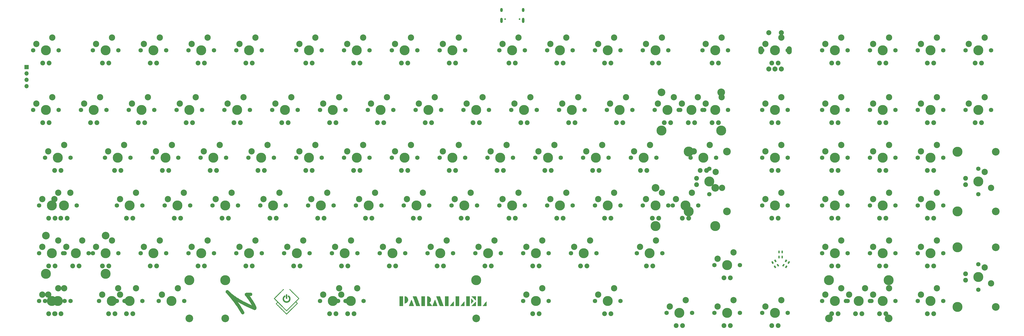
<source format=gbr>
%TF.GenerationSoftware,KiCad,Pcbnew,(5.1.10)-1*%
%TF.CreationDate,2022-05-13T21:34:30+07:00*%
%TF.ProjectId,Parallel,50617261-6c6c-4656-9c2e-6b696361645f,rev?*%
%TF.SameCoordinates,Original*%
%TF.FileFunction,Soldermask,Top*%
%TF.FilePolarity,Negative*%
%FSLAX46Y46*%
G04 Gerber Fmt 4.6, Leading zero omitted, Abs format (unit mm)*
G04 Created by KiCad (PCBNEW (5.1.10)-1) date 2022-05-13 21:34:30*
%MOMM*%
%LPD*%
G01*
G04 APERTURE LIST*
%ADD10C,0.010000*%
%ADD11C,1.905000*%
%ADD12C,1.750000*%
%ADD13C,2.500000*%
%ADD14C,3.987800*%
%ADD15C,2.000000*%
%ADD16O,2.000000X3.200000*%
%ADD17C,3.048000*%
%ADD18C,0.100000*%
%ADD19R,0.600000X1.000000*%
%ADD20O,1.700000X1.700000*%
%ADD21R,1.700000X1.700000*%
%ADD22O,1.000000X1.600000*%
%ADD23O,1.000000X2.100000*%
%ADD24C,0.650000*%
G04 APERTURE END LIST*
D10*
%TO.C,G\u002A\u002A\u002A*%
G36*
X79446441Y-114726673D02*
G01*
X79528039Y-114747927D01*
X79607476Y-114781480D01*
X79672645Y-114819906D01*
X79684591Y-114829576D01*
X79705592Y-114848332D01*
X79734424Y-114875010D01*
X79769862Y-114908449D01*
X79810682Y-114947489D01*
X79855658Y-114990967D01*
X79903565Y-115037721D01*
X79937531Y-115071127D01*
X80182537Y-115309483D01*
X80423445Y-115536834D01*
X80662579Y-115755190D01*
X80902268Y-115966561D01*
X81144835Y-116172955D01*
X81392609Y-116376384D01*
X81647916Y-116578856D01*
X81913081Y-116782382D01*
X81955113Y-116814076D01*
X82224976Y-117014067D01*
X82499870Y-117211713D01*
X82780347Y-117407334D01*
X83066963Y-117601253D01*
X83360272Y-117793790D01*
X83660827Y-117985267D01*
X83969185Y-118176004D01*
X84285898Y-118366325D01*
X84611521Y-118556549D01*
X84946609Y-118746999D01*
X85291715Y-118937995D01*
X85647395Y-119129860D01*
X86014203Y-119322914D01*
X86392692Y-119517478D01*
X86783418Y-119713875D01*
X87186935Y-119912425D01*
X87603796Y-120113450D01*
X87840559Y-120225941D01*
X87916662Y-120261831D01*
X87997893Y-120299985D01*
X88083314Y-120339972D01*
X88171988Y-120381361D01*
X88262977Y-120423723D01*
X88355344Y-120466624D01*
X88448152Y-120509636D01*
X88540464Y-120552326D01*
X88631341Y-120594265D01*
X88719847Y-120635020D01*
X88805044Y-120674161D01*
X88885995Y-120711258D01*
X88961762Y-120745879D01*
X89031409Y-120777593D01*
X89093997Y-120805970D01*
X89148590Y-120830579D01*
X89194250Y-120850988D01*
X89230039Y-120866767D01*
X89255020Y-120877485D01*
X89268257Y-120882710D01*
X89270178Y-120883128D01*
X89266987Y-120876681D01*
X89257031Y-120859994D01*
X89241496Y-120834971D01*
X89221565Y-120803518D01*
X89198422Y-120767539D01*
X89196704Y-120764888D01*
X89174694Y-120730852D01*
X89154940Y-120700056D01*
X89136490Y-120670921D01*
X89118396Y-120641865D01*
X89099704Y-120611307D01*
X89079465Y-120577668D01*
X89056727Y-120539366D01*
X89030539Y-120494821D01*
X88999951Y-120442452D01*
X88964011Y-120380680D01*
X88921768Y-120307922D01*
X88921633Y-120307688D01*
X88622023Y-119805665D01*
X88309568Y-119310160D01*
X87984202Y-118821080D01*
X87645860Y-118338330D01*
X87294475Y-117861817D01*
X86929983Y-117391447D01*
X86596138Y-116979877D01*
X86552912Y-116927449D01*
X86517861Y-116884243D01*
X86489689Y-116848478D01*
X86467103Y-116818377D01*
X86448806Y-116792161D01*
X86433503Y-116768051D01*
X86419901Y-116744269D01*
X86407836Y-116721271D01*
X86378972Y-116654751D01*
X86356337Y-116582722D01*
X86341198Y-116510196D01*
X86334824Y-116442181D01*
X86334702Y-116432373D01*
X86337720Y-116385579D01*
X86346013Y-116331484D01*
X86358440Y-116275808D01*
X86373860Y-116224269D01*
X86379079Y-116210001D01*
X86416451Y-116132602D01*
X86466303Y-116060038D01*
X86526969Y-115993889D01*
X86596785Y-115935736D01*
X86674085Y-115887160D01*
X86757204Y-115849741D01*
X86759521Y-115848897D01*
X86794855Y-115836875D01*
X86829792Y-115826825D01*
X86866835Y-115818297D01*
X86908488Y-115810840D01*
X86957255Y-115804002D01*
X87015640Y-115797332D01*
X87082188Y-115790750D01*
X87392751Y-115765874D01*
X87702079Y-115749653D01*
X88007633Y-115742148D01*
X88306876Y-115743419D01*
X88597272Y-115753529D01*
X88606188Y-115753988D01*
X88690683Y-115760347D01*
X88763210Y-115770234D01*
X88825990Y-115784112D01*
X88881240Y-115802445D01*
X88918811Y-115819266D01*
X89000288Y-115867592D01*
X89071319Y-115925741D01*
X89132088Y-115993945D01*
X89182782Y-116072435D01*
X89223584Y-116161441D01*
X89245326Y-116226542D01*
X89253381Y-116263580D01*
X89259652Y-116310686D01*
X89263930Y-116363501D01*
X89266010Y-116417662D01*
X89265683Y-116468812D01*
X89262742Y-116512588D01*
X89259870Y-116532292D01*
X89236114Y-116624875D01*
X89201617Y-116709313D01*
X89156888Y-116784542D01*
X89113073Y-116838464D01*
X89054607Y-116893528D01*
X88992500Y-116936479D01*
X88924163Y-116968693D01*
X88847005Y-116991549D01*
X88812028Y-116998569D01*
X88791070Y-117001936D01*
X88770108Y-117004382D01*
X88747000Y-117005932D01*
X88719606Y-117006613D01*
X88685785Y-117006449D01*
X88643396Y-117005466D01*
X88590298Y-117003691D01*
X88540873Y-117001803D01*
X88483502Y-116999722D01*
X88427286Y-116998015D01*
X88374903Y-116996737D01*
X88329033Y-116995947D01*
X88292355Y-116995700D01*
X88267884Y-116996040D01*
X88201724Y-116998431D01*
X88324879Y-117161716D01*
X88632983Y-117578093D01*
X88928136Y-117993252D01*
X89211560Y-118409106D01*
X89484477Y-118827570D01*
X89748107Y-119250559D01*
X90003673Y-119679987D01*
X90252396Y-120117769D01*
X90489454Y-120554431D01*
X90558314Y-120685040D01*
X90619962Y-120803962D01*
X90674736Y-120911904D01*
X90722976Y-121009572D01*
X90765019Y-121097674D01*
X90801205Y-121176918D01*
X90831872Y-121248010D01*
X90857359Y-121311659D01*
X90874559Y-121358585D01*
X90908041Y-121463672D01*
X90932242Y-121561963D01*
X90947786Y-121657275D01*
X90955294Y-121753424D01*
X90955388Y-121854227D01*
X90955374Y-121854644D01*
X90945283Y-121976124D01*
X90923326Y-122090217D01*
X90889639Y-122196519D01*
X90844360Y-122294621D01*
X90787628Y-122384120D01*
X90765963Y-122412259D01*
X90701941Y-122480580D01*
X90630458Y-122536834D01*
X90552447Y-122580797D01*
X90468840Y-122612241D01*
X90380569Y-122630942D01*
X90288567Y-122636675D01*
X90193767Y-122629212D01*
X90097101Y-122608331D01*
X90036817Y-122588611D01*
X90019829Y-122581780D01*
X89990535Y-122569353D01*
X89949845Y-122551738D01*
X89898669Y-122529343D01*
X89837915Y-122502575D01*
X89768492Y-122471842D01*
X89691311Y-122437552D01*
X89607279Y-122400112D01*
X89517307Y-122359931D01*
X89422303Y-122317416D01*
X89323178Y-122272975D01*
X89220839Y-122227015D01*
X89116196Y-122179945D01*
X89010159Y-122132171D01*
X88903636Y-122084103D01*
X88797537Y-122036146D01*
X88692772Y-121988710D01*
X88590248Y-121942202D01*
X88490876Y-121897030D01*
X88395565Y-121853601D01*
X88305224Y-121812324D01*
X88279616Y-121800599D01*
X87891301Y-121621661D01*
X87516278Y-121446675D01*
X87153959Y-121275343D01*
X86803758Y-121107368D01*
X86465087Y-120942453D01*
X86137359Y-120780301D01*
X85819988Y-120620615D01*
X85512386Y-120463097D01*
X85213966Y-120307450D01*
X84924141Y-120153378D01*
X84642325Y-120000583D01*
X84367929Y-119848767D01*
X84100368Y-119697634D01*
X83918073Y-119592811D01*
X83858498Y-119558218D01*
X83796459Y-119522048D01*
X83733583Y-119485259D01*
X83671496Y-119448812D01*
X83611823Y-119413667D01*
X83556190Y-119380782D01*
X83506224Y-119351118D01*
X83463549Y-119325634D01*
X83429793Y-119305289D01*
X83406580Y-119291045D01*
X83402816Y-119288677D01*
X83398106Y-119285469D01*
X83393947Y-119282502D01*
X83390940Y-119280662D01*
X83389686Y-119280834D01*
X83390787Y-119283903D01*
X83394843Y-119290755D01*
X83402456Y-119302274D01*
X83414227Y-119319346D01*
X83430757Y-119342857D01*
X83452648Y-119373691D01*
X83480500Y-119412734D01*
X83514914Y-119460870D01*
X83556492Y-119518986D01*
X83605835Y-119587966D01*
X83610383Y-119594325D01*
X83973933Y-120109926D01*
X84327097Y-120625575D01*
X84671514Y-121143802D01*
X85008822Y-121667139D01*
X85340659Y-122198114D01*
X85668663Y-122739257D01*
X85897813Y-123127088D01*
X85942410Y-123203521D01*
X85980216Y-123268778D01*
X86011894Y-123324133D01*
X86038106Y-123370864D01*
X86059515Y-123410248D01*
X86076782Y-123443562D01*
X86090571Y-123472082D01*
X86101544Y-123497085D01*
X86110363Y-123519847D01*
X86117690Y-123541647D01*
X86123979Y-123563004D01*
X86140644Y-123648580D01*
X86143520Y-123733845D01*
X86133314Y-123817717D01*
X86110731Y-123899113D01*
X86076476Y-123976949D01*
X86031255Y-124050142D01*
X85975774Y-124117608D01*
X85910737Y-124178265D01*
X85836850Y-124231029D01*
X85754819Y-124274816D01*
X85665350Y-124308544D01*
X85632452Y-124317761D01*
X85587743Y-124326548D01*
X85535659Y-124332625D01*
X85481563Y-124335687D01*
X85430819Y-124335427D01*
X85389504Y-124331652D01*
X85309427Y-124311912D01*
X85231551Y-124279172D01*
X85158210Y-124234947D01*
X85091736Y-124180750D01*
X85034463Y-124118097D01*
X85011484Y-124086305D01*
X85000663Y-124069236D01*
X84983596Y-124041273D01*
X84961281Y-124004101D01*
X84934718Y-123959401D01*
X84904907Y-123908858D01*
X84872846Y-123854154D01*
X84839534Y-123796972D01*
X84831924Y-123783859D01*
X84445445Y-123131163D01*
X84045312Y-122482205D01*
X83632073Y-121837723D01*
X83206276Y-121198455D01*
X82768466Y-120565141D01*
X82319193Y-119938519D01*
X81859004Y-119319329D01*
X81388446Y-118708310D01*
X80908066Y-118106199D01*
X80418412Y-117513737D01*
X79920032Y-116931661D01*
X79413473Y-116360711D01*
X78986785Y-115895345D01*
X78952107Y-115857861D01*
X78919085Y-115821745D01*
X78889589Y-115789075D01*
X78865487Y-115761928D01*
X78848651Y-115742381D01*
X78844095Y-115736810D01*
X78794940Y-115663770D01*
X78757118Y-115584040D01*
X78731285Y-115499931D01*
X78718095Y-115413751D01*
X78718206Y-115327811D01*
X78720894Y-115302696D01*
X78740320Y-115209151D01*
X78772565Y-115120361D01*
X78816532Y-115037454D01*
X78871125Y-114961554D01*
X78935246Y-114893787D01*
X79007800Y-114835280D01*
X79087690Y-114787159D01*
X79173819Y-114750549D01*
X79265092Y-114726576D01*
X79285255Y-114723185D01*
X79364805Y-114718249D01*
X79446441Y-114726673D01*
G37*
X79446441Y-114726673D02*
X79528039Y-114747927D01*
X79607476Y-114781480D01*
X79672645Y-114819906D01*
X79684591Y-114829576D01*
X79705592Y-114848332D01*
X79734424Y-114875010D01*
X79769862Y-114908449D01*
X79810682Y-114947489D01*
X79855658Y-114990967D01*
X79903565Y-115037721D01*
X79937531Y-115071127D01*
X80182537Y-115309483D01*
X80423445Y-115536834D01*
X80662579Y-115755190D01*
X80902268Y-115966561D01*
X81144835Y-116172955D01*
X81392609Y-116376384D01*
X81647916Y-116578856D01*
X81913081Y-116782382D01*
X81955113Y-116814076D01*
X82224976Y-117014067D01*
X82499870Y-117211713D01*
X82780347Y-117407334D01*
X83066963Y-117601253D01*
X83360272Y-117793790D01*
X83660827Y-117985267D01*
X83969185Y-118176004D01*
X84285898Y-118366325D01*
X84611521Y-118556549D01*
X84946609Y-118746999D01*
X85291715Y-118937995D01*
X85647395Y-119129860D01*
X86014203Y-119322914D01*
X86392692Y-119517478D01*
X86783418Y-119713875D01*
X87186935Y-119912425D01*
X87603796Y-120113450D01*
X87840559Y-120225941D01*
X87916662Y-120261831D01*
X87997893Y-120299985D01*
X88083314Y-120339972D01*
X88171988Y-120381361D01*
X88262977Y-120423723D01*
X88355344Y-120466624D01*
X88448152Y-120509636D01*
X88540464Y-120552326D01*
X88631341Y-120594265D01*
X88719847Y-120635020D01*
X88805044Y-120674161D01*
X88885995Y-120711258D01*
X88961762Y-120745879D01*
X89031409Y-120777593D01*
X89093997Y-120805970D01*
X89148590Y-120830579D01*
X89194250Y-120850988D01*
X89230039Y-120866767D01*
X89255020Y-120877485D01*
X89268257Y-120882710D01*
X89270178Y-120883128D01*
X89266987Y-120876681D01*
X89257031Y-120859994D01*
X89241496Y-120834971D01*
X89221565Y-120803518D01*
X89198422Y-120767539D01*
X89196704Y-120764888D01*
X89174694Y-120730852D01*
X89154940Y-120700056D01*
X89136490Y-120670921D01*
X89118396Y-120641865D01*
X89099704Y-120611307D01*
X89079465Y-120577668D01*
X89056727Y-120539366D01*
X89030539Y-120494821D01*
X88999951Y-120442452D01*
X88964011Y-120380680D01*
X88921768Y-120307922D01*
X88921633Y-120307688D01*
X88622023Y-119805665D01*
X88309568Y-119310160D01*
X87984202Y-118821080D01*
X87645860Y-118338330D01*
X87294475Y-117861817D01*
X86929983Y-117391447D01*
X86596138Y-116979877D01*
X86552912Y-116927449D01*
X86517861Y-116884243D01*
X86489689Y-116848478D01*
X86467103Y-116818377D01*
X86448806Y-116792161D01*
X86433503Y-116768051D01*
X86419901Y-116744269D01*
X86407836Y-116721271D01*
X86378972Y-116654751D01*
X86356337Y-116582722D01*
X86341198Y-116510196D01*
X86334824Y-116442181D01*
X86334702Y-116432373D01*
X86337720Y-116385579D01*
X86346013Y-116331484D01*
X86358440Y-116275808D01*
X86373860Y-116224269D01*
X86379079Y-116210001D01*
X86416451Y-116132602D01*
X86466303Y-116060038D01*
X86526969Y-115993889D01*
X86596785Y-115935736D01*
X86674085Y-115887160D01*
X86757204Y-115849741D01*
X86759521Y-115848897D01*
X86794855Y-115836875D01*
X86829792Y-115826825D01*
X86866835Y-115818297D01*
X86908488Y-115810840D01*
X86957255Y-115804002D01*
X87015640Y-115797332D01*
X87082188Y-115790750D01*
X87392751Y-115765874D01*
X87702079Y-115749653D01*
X88007633Y-115742148D01*
X88306876Y-115743419D01*
X88597272Y-115753529D01*
X88606188Y-115753988D01*
X88690683Y-115760347D01*
X88763210Y-115770234D01*
X88825990Y-115784112D01*
X88881240Y-115802445D01*
X88918811Y-115819266D01*
X89000288Y-115867592D01*
X89071319Y-115925741D01*
X89132088Y-115993945D01*
X89182782Y-116072435D01*
X89223584Y-116161441D01*
X89245326Y-116226542D01*
X89253381Y-116263580D01*
X89259652Y-116310686D01*
X89263930Y-116363501D01*
X89266010Y-116417662D01*
X89265683Y-116468812D01*
X89262742Y-116512588D01*
X89259870Y-116532292D01*
X89236114Y-116624875D01*
X89201617Y-116709313D01*
X89156888Y-116784542D01*
X89113073Y-116838464D01*
X89054607Y-116893528D01*
X88992500Y-116936479D01*
X88924163Y-116968693D01*
X88847005Y-116991549D01*
X88812028Y-116998569D01*
X88791070Y-117001936D01*
X88770108Y-117004382D01*
X88747000Y-117005932D01*
X88719606Y-117006613D01*
X88685785Y-117006449D01*
X88643396Y-117005466D01*
X88590298Y-117003691D01*
X88540873Y-117001803D01*
X88483502Y-116999722D01*
X88427286Y-116998015D01*
X88374903Y-116996737D01*
X88329033Y-116995947D01*
X88292355Y-116995700D01*
X88267884Y-116996040D01*
X88201724Y-116998431D01*
X88324879Y-117161716D01*
X88632983Y-117578093D01*
X88928136Y-117993252D01*
X89211560Y-118409106D01*
X89484477Y-118827570D01*
X89748107Y-119250559D01*
X90003673Y-119679987D01*
X90252396Y-120117769D01*
X90489454Y-120554431D01*
X90558314Y-120685040D01*
X90619962Y-120803962D01*
X90674736Y-120911904D01*
X90722976Y-121009572D01*
X90765019Y-121097674D01*
X90801205Y-121176918D01*
X90831872Y-121248010D01*
X90857359Y-121311659D01*
X90874559Y-121358585D01*
X90908041Y-121463672D01*
X90932242Y-121561963D01*
X90947786Y-121657275D01*
X90955294Y-121753424D01*
X90955388Y-121854227D01*
X90955374Y-121854644D01*
X90945283Y-121976124D01*
X90923326Y-122090217D01*
X90889639Y-122196519D01*
X90844360Y-122294621D01*
X90787628Y-122384120D01*
X90765963Y-122412259D01*
X90701941Y-122480580D01*
X90630458Y-122536834D01*
X90552447Y-122580797D01*
X90468840Y-122612241D01*
X90380569Y-122630942D01*
X90288567Y-122636675D01*
X90193767Y-122629212D01*
X90097101Y-122608331D01*
X90036817Y-122588611D01*
X90019829Y-122581780D01*
X89990535Y-122569353D01*
X89949845Y-122551738D01*
X89898669Y-122529343D01*
X89837915Y-122502575D01*
X89768492Y-122471842D01*
X89691311Y-122437552D01*
X89607279Y-122400112D01*
X89517307Y-122359931D01*
X89422303Y-122317416D01*
X89323178Y-122272975D01*
X89220839Y-122227015D01*
X89116196Y-122179945D01*
X89010159Y-122132171D01*
X88903636Y-122084103D01*
X88797537Y-122036146D01*
X88692772Y-121988710D01*
X88590248Y-121942202D01*
X88490876Y-121897030D01*
X88395565Y-121853601D01*
X88305224Y-121812324D01*
X88279616Y-121800599D01*
X87891301Y-121621661D01*
X87516278Y-121446675D01*
X87153959Y-121275343D01*
X86803758Y-121107368D01*
X86465087Y-120942453D01*
X86137359Y-120780301D01*
X85819988Y-120620615D01*
X85512386Y-120463097D01*
X85213966Y-120307450D01*
X84924141Y-120153378D01*
X84642325Y-120000583D01*
X84367929Y-119848767D01*
X84100368Y-119697634D01*
X83918073Y-119592811D01*
X83858498Y-119558218D01*
X83796459Y-119522048D01*
X83733583Y-119485259D01*
X83671496Y-119448812D01*
X83611823Y-119413667D01*
X83556190Y-119380782D01*
X83506224Y-119351118D01*
X83463549Y-119325634D01*
X83429793Y-119305289D01*
X83406580Y-119291045D01*
X83402816Y-119288677D01*
X83398106Y-119285469D01*
X83393947Y-119282502D01*
X83390940Y-119280662D01*
X83389686Y-119280834D01*
X83390787Y-119283903D01*
X83394843Y-119290755D01*
X83402456Y-119302274D01*
X83414227Y-119319346D01*
X83430757Y-119342857D01*
X83452648Y-119373691D01*
X83480500Y-119412734D01*
X83514914Y-119460870D01*
X83556492Y-119518986D01*
X83605835Y-119587966D01*
X83610383Y-119594325D01*
X83973933Y-120109926D01*
X84327097Y-120625575D01*
X84671514Y-121143802D01*
X85008822Y-121667139D01*
X85340659Y-122198114D01*
X85668663Y-122739257D01*
X85897813Y-123127088D01*
X85942410Y-123203521D01*
X85980216Y-123268778D01*
X86011894Y-123324133D01*
X86038106Y-123370864D01*
X86059515Y-123410248D01*
X86076782Y-123443562D01*
X86090571Y-123472082D01*
X86101544Y-123497085D01*
X86110363Y-123519847D01*
X86117690Y-123541647D01*
X86123979Y-123563004D01*
X86140644Y-123648580D01*
X86143520Y-123733845D01*
X86133314Y-123817717D01*
X86110731Y-123899113D01*
X86076476Y-123976949D01*
X86031255Y-124050142D01*
X85975774Y-124117608D01*
X85910737Y-124178265D01*
X85836850Y-124231029D01*
X85754819Y-124274816D01*
X85665350Y-124308544D01*
X85632452Y-124317761D01*
X85587743Y-124326548D01*
X85535659Y-124332625D01*
X85481563Y-124335687D01*
X85430819Y-124335427D01*
X85389504Y-124331652D01*
X85309427Y-124311912D01*
X85231551Y-124279172D01*
X85158210Y-124234947D01*
X85091736Y-124180750D01*
X85034463Y-124118097D01*
X85011484Y-124086305D01*
X85000663Y-124069236D01*
X84983596Y-124041273D01*
X84961281Y-124004101D01*
X84934718Y-123959401D01*
X84904907Y-123908858D01*
X84872846Y-123854154D01*
X84839534Y-123796972D01*
X84831924Y-123783859D01*
X84445445Y-123131163D01*
X84045312Y-122482205D01*
X83632073Y-121837723D01*
X83206276Y-121198455D01*
X82768466Y-120565141D01*
X82319193Y-119938519D01*
X81859004Y-119319329D01*
X81388446Y-118708310D01*
X80908066Y-118106199D01*
X80418412Y-117513737D01*
X79920032Y-116931661D01*
X79413473Y-116360711D01*
X78986785Y-115895345D01*
X78952107Y-115857861D01*
X78919085Y-115821745D01*
X78889589Y-115789075D01*
X78865487Y-115761928D01*
X78848651Y-115742381D01*
X78844095Y-115736810D01*
X78794940Y-115663770D01*
X78757118Y-115584040D01*
X78731285Y-115499931D01*
X78718095Y-115413751D01*
X78718206Y-115327811D01*
X78720894Y-115302696D01*
X78740320Y-115209151D01*
X78772565Y-115120361D01*
X78816532Y-115037454D01*
X78871125Y-114961554D01*
X78935246Y-114893787D01*
X79007800Y-114835280D01*
X79087690Y-114787159D01*
X79173819Y-114750549D01*
X79265092Y-114726576D01*
X79285255Y-114723185D01*
X79364805Y-114718249D01*
X79446441Y-114726673D01*
G36*
X178396466Y-118016867D02*
G01*
X178396382Y-118180893D01*
X178396138Y-118334154D01*
X178395753Y-118473412D01*
X178395242Y-118595428D01*
X178394623Y-118696964D01*
X178393913Y-118774780D01*
X178393127Y-118825639D01*
X178392284Y-118846301D01*
X178392168Y-118846600D01*
X178379792Y-118834940D01*
X178345421Y-118801245D01*
X178290993Y-118747441D01*
X178218445Y-118675457D01*
X178129715Y-118587221D01*
X178026739Y-118484660D01*
X177911456Y-118369701D01*
X177785802Y-118244273D01*
X177651714Y-118110302D01*
X177558266Y-118016867D01*
X176728663Y-117187134D01*
X178396466Y-117187134D01*
X178396466Y-118016867D01*
G37*
X178396466Y-118016867D02*
X178396382Y-118180893D01*
X178396138Y-118334154D01*
X178395753Y-118473412D01*
X178395242Y-118595428D01*
X178394623Y-118696964D01*
X178393913Y-118774780D01*
X178393127Y-118825639D01*
X178392284Y-118846301D01*
X178392168Y-118846600D01*
X178379792Y-118834940D01*
X178345421Y-118801245D01*
X178290993Y-118747441D01*
X178218445Y-118675457D01*
X178129715Y-118587221D01*
X178026739Y-118484660D01*
X177911456Y-118369701D01*
X177785802Y-118244273D01*
X177651714Y-118110302D01*
X177558266Y-118016867D01*
X176728663Y-117187134D01*
X178396466Y-117187134D01*
X178396466Y-118016867D01*
G36*
X150172833Y-117192138D02*
G01*
X150372154Y-117223025D01*
X150563069Y-117285018D01*
X150742121Y-117375717D01*
X150905852Y-117492726D01*
X151050805Y-117633646D01*
X151173524Y-117796080D01*
X151254591Y-117942489D01*
X151299988Y-118045577D01*
X151333101Y-118140074D01*
X151355628Y-118234773D01*
X151369268Y-118338472D01*
X151375719Y-118459964D01*
X151376845Y-118575667D01*
X151375996Y-118681003D01*
X151373450Y-118761096D01*
X151368237Y-118824562D01*
X151359389Y-118880017D01*
X151345937Y-118936076D01*
X151330191Y-118990534D01*
X151251624Y-119196111D01*
X151147024Y-119380867D01*
X151018086Y-119543428D01*
X150866505Y-119682419D01*
X150693977Y-119796464D01*
X150502195Y-119884189D01*
X150292854Y-119944219D01*
X150122033Y-119970578D01*
X150033133Y-119979538D01*
X150033133Y-117182104D01*
X150172833Y-117192138D01*
G37*
X150172833Y-117192138D02*
X150372154Y-117223025D01*
X150563069Y-117285018D01*
X150742121Y-117375717D01*
X150905852Y-117492726D01*
X151050805Y-117633646D01*
X151173524Y-117796080D01*
X151254591Y-117942489D01*
X151299988Y-118045577D01*
X151333101Y-118140074D01*
X151355628Y-118234773D01*
X151369268Y-118338472D01*
X151375719Y-118459964D01*
X151376845Y-118575667D01*
X151375996Y-118681003D01*
X151373450Y-118761096D01*
X151368237Y-118824562D01*
X151359389Y-118880017D01*
X151345937Y-118936076D01*
X151330191Y-118990534D01*
X151251624Y-119196111D01*
X151147024Y-119380867D01*
X151018086Y-119543428D01*
X150866505Y-119682419D01*
X150693977Y-119796464D01*
X150502195Y-119884189D01*
X150292854Y-119944219D01*
X150122033Y-119970578D01*
X150033133Y-119979538D01*
X150033133Y-117182104D01*
X150172833Y-117192138D01*
G36*
X176595330Y-118185020D02*
G01*
X176630862Y-118219466D01*
X176684827Y-118272782D01*
X176754575Y-118342326D01*
X176837455Y-118425452D01*
X176930819Y-118519516D01*
X177032015Y-118621874D01*
X177054182Y-118644346D01*
X177514267Y-119110959D01*
X177040967Y-119584033D01*
X176567666Y-120057107D01*
X176567666Y-119111776D01*
X176567896Y-118936584D01*
X176568556Y-118772120D01*
X176569604Y-118621394D01*
X176570997Y-118487416D01*
X176572695Y-118373196D01*
X176574653Y-118281744D01*
X176576830Y-118216071D01*
X176579184Y-118179185D01*
X176580882Y-118172089D01*
X176595330Y-118185020D01*
G37*
X176595330Y-118185020D02*
X176630862Y-118219466D01*
X176684827Y-118272782D01*
X176754575Y-118342326D01*
X176837455Y-118425452D01*
X176930819Y-118519516D01*
X177032015Y-118621874D01*
X177054182Y-118644346D01*
X177514267Y-119110959D01*
X177040967Y-119584033D01*
X176567666Y-120057107D01*
X176567666Y-119111776D01*
X176567896Y-118936584D01*
X176568556Y-118772120D01*
X176569604Y-118621394D01*
X176570997Y-118487416D01*
X176572695Y-118373196D01*
X176574653Y-118281744D01*
X176576830Y-118216071D01*
X176579184Y-118179185D01*
X176580882Y-118172089D01*
X176595330Y-118185020D01*
G36*
X182629800Y-121031000D02*
G01*
X181900667Y-121031000D01*
X181705142Y-121030621D01*
X181539486Y-121029492D01*
X181404392Y-121027631D01*
X181300552Y-121025054D01*
X181228658Y-121021776D01*
X181189402Y-121017813D01*
X181181835Y-121014333D01*
X181194094Y-120998727D01*
X181226085Y-120959174D01*
X181276012Y-120897870D01*
X181342076Y-120817010D01*
X181422481Y-120718788D01*
X181515427Y-120605401D01*
X181619119Y-120479042D01*
X181731757Y-120341908D01*
X181851545Y-120196194D01*
X181910968Y-120123953D01*
X182629800Y-119250240D01*
X182629800Y-121031000D01*
G37*
X182629800Y-121031000D02*
X181900667Y-121031000D01*
X181705142Y-121030621D01*
X181539486Y-121029492D01*
X181404392Y-121027631D01*
X181300552Y-121025054D01*
X181228658Y-121021776D01*
X181189402Y-121017813D01*
X181181835Y-121014333D01*
X181194094Y-120998727D01*
X181226085Y-120959174D01*
X181276012Y-120897870D01*
X181342076Y-120817010D01*
X181422481Y-120718788D01*
X181515427Y-120605401D01*
X181619119Y-120479042D01*
X181731757Y-120341908D01*
X181851545Y-120196194D01*
X181910968Y-120123953D01*
X182629800Y-119250240D01*
X182629800Y-121031000D01*
G36*
X180530066Y-121031000D02*
G01*
X179175400Y-121031000D01*
X179175400Y-117187134D01*
X180530066Y-117187134D01*
X180530066Y-121031000D01*
G37*
X180530066Y-121031000D02*
X179175400Y-121031000D01*
X179175400Y-117187134D01*
X180530066Y-117187134D01*
X180530066Y-121031000D01*
G36*
X178396466Y-121031000D02*
G01*
X176712088Y-121031000D01*
X176931977Y-120809686D01*
X176988864Y-120752755D01*
X177066497Y-120675547D01*
X177161419Y-120581478D01*
X177270174Y-120473960D01*
X177389305Y-120356408D01*
X177515355Y-120232235D01*
X177644869Y-120104856D01*
X177774166Y-119977902D01*
X178396466Y-119367432D01*
X178396466Y-121031000D01*
G37*
X178396466Y-121031000D02*
X176712088Y-121031000D01*
X176931977Y-120809686D01*
X176988864Y-120752755D01*
X177066497Y-120675547D01*
X177161419Y-120581478D01*
X177270174Y-120473960D01*
X177389305Y-120356408D01*
X177515355Y-120232235D01*
X177644869Y-120104856D01*
X177774166Y-119977902D01*
X178396466Y-119367432D01*
X178396466Y-121031000D01*
G36*
X175941133Y-121031000D02*
G01*
X174586466Y-121031000D01*
X174586466Y-117187134D01*
X175941133Y-117187134D01*
X175941133Y-121031000D01*
G37*
X175941133Y-121031000D02*
X174586466Y-121031000D01*
X174586466Y-117187134D01*
X175941133Y-117187134D01*
X175941133Y-121031000D01*
G36*
X173793759Y-119277885D02*
G01*
X173797414Y-119299715D01*
X173800383Y-119336906D01*
X173802734Y-119391900D01*
X173804530Y-119467138D01*
X173805839Y-119565064D01*
X173806727Y-119688119D01*
X173807258Y-119838745D01*
X173807500Y-120019384D01*
X173807533Y-120138372D01*
X173807533Y-121031000D01*
X172333149Y-121031000D01*
X172525615Y-120798167D01*
X172576767Y-120736192D01*
X172646188Y-120651942D01*
X172730664Y-120549323D01*
X172826982Y-120432243D01*
X172931929Y-120304608D01*
X173042290Y-120170325D01*
X173154854Y-120033301D01*
X173239405Y-119930334D01*
X173343894Y-119803136D01*
X173442349Y-119683427D01*
X173532582Y-119573857D01*
X173612404Y-119477078D01*
X173679628Y-119395739D01*
X173732066Y-119332490D01*
X173767529Y-119289981D01*
X173783830Y-119270863D01*
X173784131Y-119270539D01*
X173789354Y-119268973D01*
X173793759Y-119277885D01*
G37*
X173793759Y-119277885D02*
X173797414Y-119299715D01*
X173800383Y-119336906D01*
X173802734Y-119391900D01*
X173804530Y-119467138D01*
X173805839Y-119565064D01*
X173806727Y-119688119D01*
X173807258Y-119838745D01*
X173807500Y-120019384D01*
X173807533Y-120138372D01*
X173807533Y-121031000D01*
X172333149Y-121031000D01*
X172525615Y-120798167D01*
X172576767Y-120736192D01*
X172646188Y-120651942D01*
X172730664Y-120549323D01*
X172826982Y-120432243D01*
X172931929Y-120304608D01*
X173042290Y-120170325D01*
X173154854Y-120033301D01*
X173239405Y-119930334D01*
X173343894Y-119803136D01*
X173442349Y-119683427D01*
X173532582Y-119573857D01*
X173612404Y-119477078D01*
X173679628Y-119395739D01*
X173732066Y-119332490D01*
X173767529Y-119289981D01*
X173783830Y-119270863D01*
X173784131Y-119270539D01*
X173789354Y-119268973D01*
X173793759Y-119277885D01*
G36*
X171690867Y-121031000D02*
G01*
X170336200Y-121031000D01*
X170336200Y-117187134D01*
X171690867Y-117187134D01*
X171690867Y-121031000D01*
G37*
X171690867Y-121031000D02*
X170336200Y-121031000D01*
X170336200Y-117187134D01*
X171690867Y-117187134D01*
X171690867Y-121031000D01*
G36*
X169558885Y-119270348D02*
G01*
X169560402Y-119317276D01*
X169561787Y-119391824D01*
X169563012Y-119490869D01*
X169564046Y-119611286D01*
X169564859Y-119749954D01*
X169565422Y-119903748D01*
X169565705Y-120069545D01*
X169565733Y-120142001D01*
X169565733Y-121031000D01*
X168096660Y-121031000D01*
X168136930Y-120979584D01*
X168165857Y-120943296D01*
X168212139Y-120886055D01*
X168273609Y-120810489D01*
X168348106Y-120719227D01*
X168433465Y-120614898D01*
X168527523Y-120500130D01*
X168628115Y-120377551D01*
X168733077Y-120249791D01*
X168840247Y-120119478D01*
X168947460Y-119989240D01*
X169052552Y-119861706D01*
X169153360Y-119739505D01*
X169247720Y-119625264D01*
X169333468Y-119521613D01*
X169408440Y-119431181D01*
X169470472Y-119356595D01*
X169517401Y-119300484D01*
X169547064Y-119265478D01*
X169557267Y-119254163D01*
X169558885Y-119270348D01*
G37*
X169558885Y-119270348D02*
X169560402Y-119317276D01*
X169561787Y-119391824D01*
X169563012Y-119490869D01*
X169564046Y-119611286D01*
X169564859Y-119749954D01*
X169565422Y-119903748D01*
X169565705Y-120069545D01*
X169565733Y-120142001D01*
X169565733Y-121031000D01*
X168096660Y-121031000D01*
X168136930Y-120979584D01*
X168165857Y-120943296D01*
X168212139Y-120886055D01*
X168273609Y-120810489D01*
X168348106Y-120719227D01*
X168433465Y-120614898D01*
X168527523Y-120500130D01*
X168628115Y-120377551D01*
X168733077Y-120249791D01*
X168840247Y-120119478D01*
X168947460Y-119989240D01*
X169052552Y-119861706D01*
X169153360Y-119739505D01*
X169247720Y-119625264D01*
X169333468Y-119521613D01*
X169408440Y-119431181D01*
X169470472Y-119356595D01*
X169517401Y-119300484D01*
X169547064Y-119265478D01*
X169557267Y-119254163D01*
X169558885Y-119270348D01*
G36*
X167457533Y-121031000D02*
G01*
X166102867Y-121031000D01*
X166102867Y-117187134D01*
X167457533Y-117187134D01*
X167457533Y-121031000D01*
G37*
X167457533Y-121031000D02*
X166102867Y-121031000D01*
X166102867Y-117187134D01*
X167457533Y-117187134D01*
X167457533Y-121031000D01*
G36*
X164079333Y-117187446D02*
G01*
X164339717Y-117885790D01*
X164390550Y-118022075D01*
X164451502Y-118185399D01*
X164520821Y-118371080D01*
X164596761Y-118574438D01*
X164677572Y-118790790D01*
X164761505Y-119015456D01*
X164846813Y-119243754D01*
X164931746Y-119471004D01*
X165014556Y-119692523D01*
X165055150Y-119801092D01*
X165127491Y-119994639D01*
X165196286Y-120178858D01*
X165260626Y-120351307D01*
X165319604Y-120509546D01*
X165372312Y-120651134D01*
X165417842Y-120773630D01*
X165455286Y-120874593D01*
X165483737Y-120951583D01*
X165502285Y-121002157D01*
X165510024Y-121023876D01*
X165510200Y-121024525D01*
X165493844Y-121025891D01*
X165447085Y-121027160D01*
X165373388Y-121028299D01*
X165276216Y-121029278D01*
X165159033Y-121030066D01*
X165025303Y-121030633D01*
X164878490Y-121030946D01*
X164784895Y-121031000D01*
X164059591Y-121031000D01*
X163973727Y-120798167D01*
X163953309Y-120742970D01*
X163922261Y-120659268D01*
X163881785Y-120550293D01*
X163833083Y-120419272D01*
X163777354Y-120269436D01*
X163715801Y-120104013D01*
X163649626Y-119926234D01*
X163580028Y-119739327D01*
X163508210Y-119546521D01*
X163461938Y-119422334D01*
X163385556Y-119217356D01*
X163307743Y-119008536D01*
X163230086Y-118800134D01*
X163154172Y-118596408D01*
X163081588Y-118401617D01*
X163013921Y-118220021D01*
X162952759Y-118055879D01*
X162899688Y-117913450D01*
X162856295Y-117796992D01*
X162843580Y-117762867D01*
X162796589Y-117636796D01*
X162753037Y-117520039D01*
X162714424Y-117416610D01*
X162682248Y-117330523D01*
X162658012Y-117265793D01*
X162643213Y-117226434D01*
X162639528Y-117216767D01*
X162638296Y-117209587D01*
X162642700Y-117203669D01*
X162655657Y-117198892D01*
X162680084Y-117195136D01*
X162718898Y-117192280D01*
X162775016Y-117190204D01*
X162851354Y-117188787D01*
X162950830Y-117187910D01*
X163076360Y-117187451D01*
X163230862Y-117187290D01*
X163353621Y-117187290D01*
X164079333Y-117187446D01*
G37*
X164079333Y-117187446D02*
X164339717Y-117885790D01*
X164390550Y-118022075D01*
X164451502Y-118185399D01*
X164520821Y-118371080D01*
X164596761Y-118574438D01*
X164677572Y-118790790D01*
X164761505Y-119015456D01*
X164846813Y-119243754D01*
X164931746Y-119471004D01*
X165014556Y-119692523D01*
X165055150Y-119801092D01*
X165127491Y-119994639D01*
X165196286Y-120178858D01*
X165260626Y-120351307D01*
X165319604Y-120509546D01*
X165372312Y-120651134D01*
X165417842Y-120773630D01*
X165455286Y-120874593D01*
X165483737Y-120951583D01*
X165502285Y-121002157D01*
X165510024Y-121023876D01*
X165510200Y-121024525D01*
X165493844Y-121025891D01*
X165447085Y-121027160D01*
X165373388Y-121028299D01*
X165276216Y-121029278D01*
X165159033Y-121030066D01*
X165025303Y-121030633D01*
X164878490Y-121030946D01*
X164784895Y-121031000D01*
X164059591Y-121031000D01*
X163973727Y-120798167D01*
X163953309Y-120742970D01*
X163922261Y-120659268D01*
X163881785Y-120550293D01*
X163833083Y-120419272D01*
X163777354Y-120269436D01*
X163715801Y-120104013D01*
X163649626Y-119926234D01*
X163580028Y-119739327D01*
X163508210Y-119546521D01*
X163461938Y-119422334D01*
X163385556Y-119217356D01*
X163307743Y-119008536D01*
X163230086Y-118800134D01*
X163154172Y-118596408D01*
X163081588Y-118401617D01*
X163013921Y-118220021D01*
X162952759Y-118055879D01*
X162899688Y-117913450D01*
X162856295Y-117796992D01*
X162843580Y-117762867D01*
X162796589Y-117636796D01*
X162753037Y-117520039D01*
X162714424Y-117416610D01*
X162682248Y-117330523D01*
X162658012Y-117265793D01*
X162643213Y-117226434D01*
X162639528Y-117216767D01*
X162638296Y-117209587D01*
X162642700Y-117203669D01*
X162655657Y-117198892D01*
X162680084Y-117195136D01*
X162718898Y-117192280D01*
X162775016Y-117190204D01*
X162851354Y-117188787D01*
X162950830Y-117187910D01*
X163076360Y-117187451D01*
X163230862Y-117187290D01*
X163353621Y-117187290D01*
X164079333Y-117187446D01*
G36*
X162127269Y-118559925D02*
G01*
X162146914Y-118602105D01*
X162170397Y-118662411D01*
X162203025Y-118750005D01*
X162243264Y-118858425D01*
X162290025Y-118984714D01*
X162342221Y-119125912D01*
X162398763Y-119279062D01*
X162458565Y-119441204D01*
X162520539Y-119609381D01*
X162583595Y-119780634D01*
X162646648Y-119952005D01*
X162708609Y-120120535D01*
X162768391Y-120283266D01*
X162824905Y-120437239D01*
X162877063Y-120579497D01*
X162923779Y-120707081D01*
X162963965Y-120817032D01*
X162996532Y-120906392D01*
X163020393Y-120972203D01*
X163034460Y-121011507D01*
X163037933Y-121021857D01*
X163021505Y-121023551D01*
X162974239Y-121025143D01*
X162899166Y-121026605D01*
X162799315Y-121027906D01*
X162677715Y-121029017D01*
X162537395Y-121029910D01*
X162381386Y-121030555D01*
X162212716Y-121030923D01*
X162089666Y-121031000D01*
X161913984Y-121030892D01*
X161748856Y-121030581D01*
X161597314Y-121030086D01*
X161462386Y-121029429D01*
X161347101Y-121028628D01*
X161254490Y-121027703D01*
X161187582Y-121026676D01*
X161149406Y-121025565D01*
X161141400Y-121024754D01*
X161147412Y-121008378D01*
X161164823Y-120962882D01*
X161192691Y-120890686D01*
X161230076Y-120794210D01*
X161276036Y-120675873D01*
X161329632Y-120538094D01*
X161389923Y-120383294D01*
X161455968Y-120213892D01*
X161526826Y-120032307D01*
X161601556Y-119840959D01*
X161617045Y-119801321D01*
X161692779Y-119607513D01*
X161765108Y-119422415D01*
X161833060Y-119248515D01*
X161895662Y-119088302D01*
X161951943Y-118944262D01*
X162000930Y-118818884D01*
X162041652Y-118714656D01*
X162073136Y-118634067D01*
X162094409Y-118579603D01*
X162104501Y-118553753D01*
X162105050Y-118552344D01*
X162113930Y-118544375D01*
X162127269Y-118559925D01*
G37*
X162127269Y-118559925D02*
X162146914Y-118602105D01*
X162170397Y-118662411D01*
X162203025Y-118750005D01*
X162243264Y-118858425D01*
X162290025Y-118984714D01*
X162342221Y-119125912D01*
X162398763Y-119279062D01*
X162458565Y-119441204D01*
X162520539Y-119609381D01*
X162583595Y-119780634D01*
X162646648Y-119952005D01*
X162708609Y-120120535D01*
X162768391Y-120283266D01*
X162824905Y-120437239D01*
X162877063Y-120579497D01*
X162923779Y-120707081D01*
X162963965Y-120817032D01*
X162996532Y-120906392D01*
X163020393Y-120972203D01*
X163034460Y-121011507D01*
X163037933Y-121021857D01*
X163021505Y-121023551D01*
X162974239Y-121025143D01*
X162899166Y-121026605D01*
X162799315Y-121027906D01*
X162677715Y-121029017D01*
X162537395Y-121029910D01*
X162381386Y-121030555D01*
X162212716Y-121030923D01*
X162089666Y-121031000D01*
X161913984Y-121030892D01*
X161748856Y-121030581D01*
X161597314Y-121030086D01*
X161462386Y-121029429D01*
X161347101Y-121028628D01*
X161254490Y-121027703D01*
X161187582Y-121026676D01*
X161149406Y-121025565D01*
X161141400Y-121024754D01*
X161147412Y-121008378D01*
X161164823Y-120962882D01*
X161192691Y-120890686D01*
X161230076Y-120794210D01*
X161276036Y-120675873D01*
X161329632Y-120538094D01*
X161389923Y-120383294D01*
X161455968Y-120213892D01*
X161526826Y-120032307D01*
X161601556Y-119840959D01*
X161617045Y-119801321D01*
X161692779Y-119607513D01*
X161765108Y-119422415D01*
X161833060Y-119248515D01*
X161895662Y-119088302D01*
X161951943Y-118944262D01*
X162000930Y-118818884D01*
X162041652Y-118714656D01*
X162073136Y-118634067D01*
X162094409Y-118579603D01*
X162104501Y-118553753D01*
X162105050Y-118552344D01*
X162113930Y-118544375D01*
X162127269Y-118559925D01*
G36*
X159181367Y-117191153D02*
G01*
X159382552Y-117220359D01*
X159577662Y-117280586D01*
X159763258Y-117369091D01*
X159935905Y-117483132D01*
X160092162Y-117619967D01*
X160228594Y-117776851D01*
X160341762Y-117951043D01*
X160428228Y-118139800D01*
X160449791Y-118203134D01*
X160465817Y-118258710D01*
X160476860Y-118310643D01*
X160483768Y-118367261D01*
X160487386Y-118436894D01*
X160488560Y-118527868D01*
X160488495Y-118584134D01*
X160487554Y-118686720D01*
X160484967Y-118763824D01*
X160479736Y-118823824D01*
X160470859Y-118875099D01*
X160457338Y-118926028D01*
X160442018Y-118973600D01*
X160409476Y-119059198D01*
X160368112Y-119152787D01*
X160327384Y-119233157D01*
X160268176Y-119324269D01*
X160189313Y-119424246D01*
X160099468Y-119523400D01*
X160007318Y-119612038D01*
X159936422Y-119669857D01*
X159854216Y-119730202D01*
X159943241Y-119807609D01*
X160166021Y-120018487D01*
X160385902Y-120260729D01*
X160600810Y-120531844D01*
X160808670Y-120829339D01*
X160859731Y-120908234D01*
X160937978Y-121031000D01*
X159041667Y-121031000D01*
X159041667Y-117182360D01*
X159181367Y-117191153D01*
G37*
X159181367Y-117191153D02*
X159382552Y-117220359D01*
X159577662Y-117280586D01*
X159763258Y-117369091D01*
X159935905Y-117483132D01*
X160092162Y-117619967D01*
X160228594Y-117776851D01*
X160341762Y-117951043D01*
X160428228Y-118139800D01*
X160449791Y-118203134D01*
X160465817Y-118258710D01*
X160476860Y-118310643D01*
X160483768Y-118367261D01*
X160487386Y-118436894D01*
X160488560Y-118527868D01*
X160488495Y-118584134D01*
X160487554Y-118686720D01*
X160484967Y-118763824D01*
X160479736Y-118823824D01*
X160470859Y-118875099D01*
X160457338Y-118926028D01*
X160442018Y-118973600D01*
X160409476Y-119059198D01*
X160368112Y-119152787D01*
X160327384Y-119233157D01*
X160268176Y-119324269D01*
X160189313Y-119424246D01*
X160099468Y-119523400D01*
X160007318Y-119612038D01*
X159936422Y-119669857D01*
X159854216Y-119730202D01*
X159943241Y-119807609D01*
X160166021Y-120018487D01*
X160385902Y-120260729D01*
X160600810Y-120531844D01*
X160808670Y-120829339D01*
X160859731Y-120908234D01*
X160937978Y-121031000D01*
X159041667Y-121031000D01*
X159041667Y-117182360D01*
X159181367Y-117191153D01*
G36*
X158093400Y-121031000D02*
G01*
X156738733Y-121031000D01*
X156738733Y-117187134D01*
X158093400Y-117187134D01*
X158093400Y-121031000D01*
G37*
X158093400Y-121031000D02*
X156738733Y-121031000D01*
X156738733Y-117187134D01*
X158093400Y-117187134D01*
X158093400Y-121031000D01*
G36*
X154880670Y-117623167D02*
G01*
X154913464Y-117710956D01*
X154956747Y-117826837D01*
X155009162Y-117967176D01*
X155069353Y-118128339D01*
X155135962Y-118306691D01*
X155207632Y-118498598D01*
X155283004Y-118700424D01*
X155360723Y-118908537D01*
X155439430Y-119119301D01*
X155511490Y-119312267D01*
X155587313Y-119515293D01*
X155661475Y-119713832D01*
X155732859Y-119904898D01*
X155800350Y-120085504D01*
X155862831Y-120252663D01*
X155919185Y-120403390D01*
X155968295Y-120534698D01*
X156009047Y-120643600D01*
X156040322Y-120727111D01*
X156061005Y-120782242D01*
X156062742Y-120786864D01*
X156092852Y-120867682D01*
X156118118Y-120936963D01*
X156136374Y-120988653D01*
X156145453Y-121016696D01*
X156146066Y-121019697D01*
X156129711Y-121022082D01*
X156082957Y-121024290D01*
X156009270Y-121026267D01*
X155912119Y-121027961D01*
X155794971Y-121029318D01*
X155661293Y-121030284D01*
X155514551Y-121030805D01*
X155422166Y-121030882D01*
X154698266Y-121030764D01*
X154568166Y-120679515D01*
X154542494Y-120610298D01*
X154506118Y-120512362D01*
X154460162Y-120388724D01*
X154405749Y-120242402D01*
X154344000Y-120076413D01*
X154276038Y-119893773D01*
X154202986Y-119697499D01*
X154125967Y-119490609D01*
X154046103Y-119276118D01*
X153964516Y-119057044D01*
X153901898Y-118888934D01*
X153822077Y-118674652D01*
X153744776Y-118467126D01*
X153670928Y-118268864D01*
X153601470Y-118082376D01*
X153537334Y-117910173D01*
X153479457Y-117754764D01*
X153428773Y-117618659D01*
X153386217Y-117504368D01*
X153352722Y-117414401D01*
X153329225Y-117351267D01*
X153316990Y-117318367D01*
X153268252Y-117187134D01*
X154717780Y-117187134D01*
X154880670Y-117623167D01*
G37*
X154880670Y-117623167D02*
X154913464Y-117710956D01*
X154956747Y-117826837D01*
X155009162Y-117967176D01*
X155069353Y-118128339D01*
X155135962Y-118306691D01*
X155207632Y-118498598D01*
X155283004Y-118700424D01*
X155360723Y-118908537D01*
X155439430Y-119119301D01*
X155511490Y-119312267D01*
X155587313Y-119515293D01*
X155661475Y-119713832D01*
X155732859Y-119904898D01*
X155800350Y-120085504D01*
X155862831Y-120252663D01*
X155919185Y-120403390D01*
X155968295Y-120534698D01*
X156009047Y-120643600D01*
X156040322Y-120727111D01*
X156061005Y-120782242D01*
X156062742Y-120786864D01*
X156092852Y-120867682D01*
X156118118Y-120936963D01*
X156136374Y-120988653D01*
X156145453Y-121016696D01*
X156146066Y-121019697D01*
X156129711Y-121022082D01*
X156082957Y-121024290D01*
X156009270Y-121026267D01*
X155912119Y-121027961D01*
X155794971Y-121029318D01*
X155661293Y-121030284D01*
X155514551Y-121030805D01*
X155422166Y-121030882D01*
X154698266Y-121030764D01*
X154568166Y-120679515D01*
X154542494Y-120610298D01*
X154506118Y-120512362D01*
X154460162Y-120388724D01*
X154405749Y-120242402D01*
X154344000Y-120076413D01*
X154276038Y-119893773D01*
X154202986Y-119697499D01*
X154125967Y-119490609D01*
X154046103Y-119276118D01*
X153964516Y-119057044D01*
X153901898Y-118888934D01*
X153822077Y-118674652D01*
X153744776Y-118467126D01*
X153670928Y-118268864D01*
X153601470Y-118082376D01*
X153537334Y-117910173D01*
X153479457Y-117754764D01*
X153428773Y-117618659D01*
X153386217Y-117504368D01*
X153352722Y-117414401D01*
X153329225Y-117351267D01*
X153316990Y-117318367D01*
X153268252Y-117187134D01*
X154717780Y-117187134D01*
X154880670Y-117623167D01*
G36*
X152771490Y-118569742D02*
G01*
X152789938Y-118617779D01*
X152817763Y-118691453D01*
X152853868Y-118787793D01*
X152897159Y-118903829D01*
X152946540Y-119036593D01*
X153000916Y-119183113D01*
X153059191Y-119340420D01*
X153120271Y-119505545D01*
X153183058Y-119675517D01*
X153246459Y-119847367D01*
X153309377Y-120018125D01*
X153370718Y-120184822D01*
X153429385Y-120344486D01*
X153484284Y-120494150D01*
X153534319Y-120630842D01*
X153578394Y-120751593D01*
X153615415Y-120853434D01*
X153644285Y-120933394D01*
X153663909Y-120988504D01*
X153673192Y-121015794D01*
X153673800Y-121018172D01*
X153657372Y-121020550D01*
X153610108Y-121022784D01*
X153535038Y-121024835D01*
X153435195Y-121026661D01*
X153313607Y-121028220D01*
X153173306Y-121029473D01*
X153017323Y-121030378D01*
X152848687Y-121030893D01*
X152726284Y-121031000D01*
X151778769Y-121031000D01*
X151801703Y-120967500D01*
X151813616Y-120935802D01*
X151836120Y-120877140D01*
X151867443Y-120796079D01*
X151905815Y-120697188D01*
X151949469Y-120585032D01*
X151996633Y-120464179D01*
X152010045Y-120429867D01*
X152058160Y-120306740D01*
X152115957Y-120158695D01*
X152180846Y-119992376D01*
X152250234Y-119814429D01*
X152321532Y-119631499D01*
X152392146Y-119450233D01*
X152459488Y-119277275D01*
X152473194Y-119242059D01*
X152537424Y-119078174D01*
X152595425Y-118932506D01*
X152646316Y-118807154D01*
X152689215Y-118704219D01*
X152723242Y-118625799D01*
X152747514Y-118573995D01*
X152761151Y-118550907D01*
X152763514Y-118550310D01*
X152771490Y-118569742D01*
G37*
X152771490Y-118569742D02*
X152789938Y-118617779D01*
X152817763Y-118691453D01*
X152853868Y-118787793D01*
X152897159Y-118903829D01*
X152946540Y-119036593D01*
X153000916Y-119183113D01*
X153059191Y-119340420D01*
X153120271Y-119505545D01*
X153183058Y-119675517D01*
X153246459Y-119847367D01*
X153309377Y-120018125D01*
X153370718Y-120184822D01*
X153429385Y-120344486D01*
X153484284Y-120494150D01*
X153534319Y-120630842D01*
X153578394Y-120751593D01*
X153615415Y-120853434D01*
X153644285Y-120933394D01*
X153663909Y-120988504D01*
X153673192Y-121015794D01*
X153673800Y-121018172D01*
X153657372Y-121020550D01*
X153610108Y-121022784D01*
X153535038Y-121024835D01*
X153435195Y-121026661D01*
X153313607Y-121028220D01*
X153173306Y-121029473D01*
X153017323Y-121030378D01*
X152848687Y-121030893D01*
X152726284Y-121031000D01*
X151778769Y-121031000D01*
X151801703Y-120967500D01*
X151813616Y-120935802D01*
X151836120Y-120877140D01*
X151867443Y-120796079D01*
X151905815Y-120697188D01*
X151949469Y-120585032D01*
X151996633Y-120464179D01*
X152010045Y-120429867D01*
X152058160Y-120306740D01*
X152115957Y-120158695D01*
X152180846Y-119992376D01*
X152250234Y-119814429D01*
X152321532Y-119631499D01*
X152392146Y-119450233D01*
X152459488Y-119277275D01*
X152473194Y-119242059D01*
X152537424Y-119078174D01*
X152595425Y-118932506D01*
X152646316Y-118807154D01*
X152689215Y-118704219D01*
X152723242Y-118625799D01*
X152747514Y-118573995D01*
X152761151Y-118550907D01*
X152763514Y-118550310D01*
X152771490Y-118569742D01*
G36*
X149338867Y-121031000D02*
G01*
X147984200Y-121031000D01*
X147984200Y-117187134D01*
X149338867Y-117187134D01*
X149338867Y-121031000D01*
G37*
X149338867Y-121031000D02*
X147984200Y-121031000D01*
X147984200Y-117187134D01*
X149338867Y-117187134D01*
X149338867Y-121031000D01*
G36*
X103038035Y-116399501D02*
G01*
X103079942Y-116410960D01*
X103091202Y-116415520D01*
X103134336Y-116440140D01*
X103172835Y-116473023D01*
X103204722Y-116511996D01*
X103228021Y-116554884D01*
X103234699Y-116573312D01*
X103236430Y-116579148D01*
X103237978Y-116585256D01*
X103239352Y-116592275D01*
X103240563Y-116600843D01*
X103241621Y-116611600D01*
X103242535Y-116625184D01*
X103243317Y-116642235D01*
X103243976Y-116663391D01*
X103244523Y-116689292D01*
X103244967Y-116720577D01*
X103245318Y-116757884D01*
X103245587Y-116801852D01*
X103245785Y-116853121D01*
X103245920Y-116912330D01*
X103246004Y-116980117D01*
X103246045Y-117057121D01*
X103246056Y-117143983D01*
X103246045Y-117241339D01*
X103246036Y-117287677D01*
X103245965Y-117396426D01*
X103245801Y-117497122D01*
X103245546Y-117589437D01*
X103245203Y-117673048D01*
X103244775Y-117747629D01*
X103244265Y-117812856D01*
X103243674Y-117868403D01*
X103243006Y-117913947D01*
X103242264Y-117949161D01*
X103241449Y-117973722D01*
X103240566Y-117987303D01*
X103240246Y-117989379D01*
X103226574Y-118030160D01*
X103204393Y-118068423D01*
X103176289Y-118102452D01*
X103145062Y-118132516D01*
X103114590Y-118154177D01*
X103081451Y-118169659D01*
X103063915Y-118175453D01*
X103031110Y-118181919D01*
X102993330Y-118184304D01*
X102955216Y-118182658D01*
X102921414Y-118177027D01*
X102910634Y-118173843D01*
X102863482Y-118151710D01*
X102821848Y-118120532D01*
X102787008Y-118081858D01*
X102760243Y-118037240D01*
X102742832Y-117988229D01*
X102738350Y-117964884D01*
X102737461Y-117952789D01*
X102736647Y-117930201D01*
X102735908Y-117898034D01*
X102735244Y-117857203D01*
X102734655Y-117808622D01*
X102734141Y-117753205D01*
X102733701Y-117691867D01*
X102733336Y-117625522D01*
X102733045Y-117555085D01*
X102732829Y-117481469D01*
X102732687Y-117405589D01*
X102732620Y-117328359D01*
X102732627Y-117250694D01*
X102732708Y-117173509D01*
X102732863Y-117097716D01*
X102733092Y-117024232D01*
X102733396Y-116953969D01*
X102733773Y-116887843D01*
X102734225Y-116826768D01*
X102734750Y-116771658D01*
X102735349Y-116723427D01*
X102736022Y-116682990D01*
X102736768Y-116651261D01*
X102737588Y-116629155D01*
X102738445Y-116617828D01*
X102751390Y-116566353D01*
X102774103Y-116519388D01*
X102805433Y-116478111D01*
X102844227Y-116443704D01*
X102889333Y-116417346D01*
X102939601Y-116400217D01*
X102953579Y-116397385D01*
X102994248Y-116394757D01*
X103038035Y-116399501D01*
G37*
X103038035Y-116399501D02*
X103079942Y-116410960D01*
X103091202Y-116415520D01*
X103134336Y-116440140D01*
X103172835Y-116473023D01*
X103204722Y-116511996D01*
X103228021Y-116554884D01*
X103234699Y-116573312D01*
X103236430Y-116579148D01*
X103237978Y-116585256D01*
X103239352Y-116592275D01*
X103240563Y-116600843D01*
X103241621Y-116611600D01*
X103242535Y-116625184D01*
X103243317Y-116642235D01*
X103243976Y-116663391D01*
X103244523Y-116689292D01*
X103244967Y-116720577D01*
X103245318Y-116757884D01*
X103245587Y-116801852D01*
X103245785Y-116853121D01*
X103245920Y-116912330D01*
X103246004Y-116980117D01*
X103246045Y-117057121D01*
X103246056Y-117143983D01*
X103246045Y-117241339D01*
X103246036Y-117287677D01*
X103245965Y-117396426D01*
X103245801Y-117497122D01*
X103245546Y-117589437D01*
X103245203Y-117673048D01*
X103244775Y-117747629D01*
X103244265Y-117812856D01*
X103243674Y-117868403D01*
X103243006Y-117913947D01*
X103242264Y-117949161D01*
X103241449Y-117973722D01*
X103240566Y-117987303D01*
X103240246Y-117989379D01*
X103226574Y-118030160D01*
X103204393Y-118068423D01*
X103176289Y-118102452D01*
X103145062Y-118132516D01*
X103114590Y-118154177D01*
X103081451Y-118169659D01*
X103063915Y-118175453D01*
X103031110Y-118181919D01*
X102993330Y-118184304D01*
X102955216Y-118182658D01*
X102921414Y-118177027D01*
X102910634Y-118173843D01*
X102863482Y-118151710D01*
X102821848Y-118120532D01*
X102787008Y-118081858D01*
X102760243Y-118037240D01*
X102742832Y-117988229D01*
X102738350Y-117964884D01*
X102737461Y-117952789D01*
X102736647Y-117930201D01*
X102735908Y-117898034D01*
X102735244Y-117857203D01*
X102734655Y-117808622D01*
X102734141Y-117753205D01*
X102733701Y-117691867D01*
X102733336Y-117625522D01*
X102733045Y-117555085D01*
X102732829Y-117481469D01*
X102732687Y-117405589D01*
X102732620Y-117328359D01*
X102732627Y-117250694D01*
X102732708Y-117173509D01*
X102732863Y-117097716D01*
X102733092Y-117024232D01*
X102733396Y-116953969D01*
X102733773Y-116887843D01*
X102734225Y-116826768D01*
X102734750Y-116771658D01*
X102735349Y-116723427D01*
X102736022Y-116682990D01*
X102736768Y-116651261D01*
X102737588Y-116629155D01*
X102738445Y-116617828D01*
X102751390Y-116566353D01*
X102774103Y-116519388D01*
X102805433Y-116478111D01*
X102844227Y-116443704D01*
X102889333Y-116417346D01*
X102939601Y-116400217D01*
X102953579Y-116397385D01*
X102994248Y-116394757D01*
X103038035Y-116399501D01*
G36*
X103818980Y-116915559D02*
G01*
X103867156Y-116932801D01*
X103892246Y-116947071D01*
X103923359Y-116968641D01*
X103958956Y-116996258D01*
X103997498Y-117028669D01*
X104037446Y-117064623D01*
X104077263Y-117102864D01*
X104082651Y-117108242D01*
X104152587Y-117182251D01*
X104213921Y-117255944D01*
X104268757Y-117332246D01*
X104319195Y-117414084D01*
X104367337Y-117504384D01*
X104367754Y-117505219D01*
X104420862Y-117624339D01*
X104463332Y-117747063D01*
X104495089Y-117872670D01*
X104516057Y-118000436D01*
X104526162Y-118129639D01*
X104525328Y-118259555D01*
X104513480Y-118389463D01*
X104490544Y-118518639D01*
X104478254Y-118569918D01*
X104446955Y-118673278D01*
X104406294Y-118778385D01*
X104357516Y-118882761D01*
X104301865Y-118983931D01*
X104240585Y-119079416D01*
X104184429Y-119154974D01*
X104157518Y-119186774D01*
X104124158Y-119223251D01*
X104086809Y-119261947D01*
X104047932Y-119300401D01*
X104009987Y-119336153D01*
X103975433Y-119366742D01*
X103959659Y-119379763D01*
X103866889Y-119447943D01*
X103766969Y-119510427D01*
X103661938Y-119566244D01*
X103553835Y-119614424D01*
X103444698Y-119653998D01*
X103336566Y-119683995D01*
X103306108Y-119690678D01*
X103228337Y-119704302D01*
X103145712Y-119714464D01*
X103061771Y-119720917D01*
X102980047Y-119723418D01*
X102904078Y-119721721D01*
X102880399Y-119720161D01*
X102760118Y-119706095D01*
X102642648Y-119682738D01*
X102528327Y-119650632D01*
X102403709Y-119604968D01*
X102284983Y-119549759D01*
X102172527Y-119485455D01*
X102066719Y-119412506D01*
X101967939Y-119331365D01*
X101876565Y-119242482D01*
X101792976Y-119146306D01*
X101717549Y-119043290D01*
X101650665Y-118933884D01*
X101592700Y-118818539D01*
X101544034Y-118697705D01*
X101505046Y-118571833D01*
X101476113Y-118441374D01*
X101467332Y-118387266D01*
X101462737Y-118345835D01*
X101459488Y-118295922D01*
X101457586Y-118240383D01*
X101457032Y-118182072D01*
X101457827Y-118123845D01*
X101459970Y-118068556D01*
X101463464Y-118019061D01*
X101467238Y-117985503D01*
X101491147Y-117853786D01*
X101525677Y-117725646D01*
X101570595Y-117601640D01*
X101625666Y-117482327D01*
X101690658Y-117368264D01*
X101765335Y-117260008D01*
X101778497Y-117242839D01*
X101810078Y-117204412D01*
X101846332Y-117163968D01*
X101885808Y-117122843D01*
X101927057Y-117082372D01*
X101968628Y-117043891D01*
X102009071Y-117008736D01*
X102046937Y-116978242D01*
X102080776Y-116953745D01*
X102109137Y-116936580D01*
X102113164Y-116934558D01*
X102162814Y-116916593D01*
X102214316Y-116909210D01*
X102265926Y-116912234D01*
X102315902Y-116925492D01*
X102362502Y-116948813D01*
X102379974Y-116961048D01*
X102404503Y-116984214D01*
X102428602Y-117014550D01*
X102449481Y-117048061D01*
X102464348Y-117080748D01*
X102465131Y-117083019D01*
X102475418Y-117130489D01*
X102476264Y-117180847D01*
X102468063Y-117231187D01*
X102451206Y-117278598D01*
X102434722Y-117308103D01*
X102421709Y-117324403D01*
X102402800Y-117344024D01*
X102381342Y-117363580D01*
X102373226Y-117370283D01*
X102340737Y-117397895D01*
X102304772Y-117431223D01*
X102267512Y-117468012D01*
X102231134Y-117506006D01*
X102197816Y-117542949D01*
X102169737Y-117576587D01*
X102154530Y-117596727D01*
X102106389Y-117672370D01*
X102063535Y-117755566D01*
X102027323Y-117843150D01*
X101999107Y-117931960D01*
X101984786Y-117993424D01*
X101977090Y-118043418D01*
X101971717Y-118100698D01*
X101968816Y-118161345D01*
X101968538Y-118221438D01*
X101971033Y-118277058D01*
X101973085Y-118299444D01*
X101990248Y-118404224D01*
X102018270Y-118506191D01*
X102056788Y-118604613D01*
X102105436Y-118698755D01*
X102163850Y-118787882D01*
X102231665Y-118871262D01*
X102284297Y-118925587D01*
X102362472Y-118993036D01*
X102448262Y-119052854D01*
X102540168Y-119104284D01*
X102636690Y-119146567D01*
X102736328Y-119178944D01*
X102823793Y-119198363D01*
X102858190Y-119202883D01*
X102900547Y-119206184D01*
X102947873Y-119208237D01*
X102997174Y-119209011D01*
X103045458Y-119208477D01*
X103089733Y-119206606D01*
X103127006Y-119203369D01*
X103140580Y-119201477D01*
X103247430Y-119178564D01*
X103350096Y-119145467D01*
X103447920Y-119102620D01*
X103540244Y-119050460D01*
X103626409Y-118989422D01*
X103705757Y-118919940D01*
X103777630Y-118842451D01*
X103841368Y-118757389D01*
X103862791Y-118724030D01*
X103882494Y-118689595D01*
X103903791Y-118648380D01*
X103924871Y-118604219D01*
X103943921Y-118560947D01*
X103959131Y-118522400D01*
X103962408Y-118513115D01*
X103990850Y-118412356D01*
X104008482Y-118309322D01*
X104015412Y-118205068D01*
X104011746Y-118100654D01*
X103997593Y-117997135D01*
X103973061Y-117895571D01*
X103938256Y-117797017D01*
X103893288Y-117702533D01*
X103876888Y-117673532D01*
X103830996Y-117601672D01*
X103781246Y-117536298D01*
X103725451Y-117474866D01*
X103661423Y-117414831D01*
X103635380Y-117392605D01*
X103610414Y-117371060D01*
X103586959Y-117349527D01*
X103567285Y-117330179D01*
X103553663Y-117315188D01*
X103551334Y-117312192D01*
X103528638Y-117272639D01*
X103513116Y-117227265D01*
X103505426Y-117179432D01*
X103506227Y-117132505D01*
X103510992Y-117106441D01*
X103529283Y-117055833D01*
X103555852Y-117011647D01*
X103589445Y-116974492D01*
X103628812Y-116944980D01*
X103672701Y-116923721D01*
X103719860Y-116911324D01*
X103769037Y-116908400D01*
X103818980Y-116915559D01*
G37*
X103818980Y-116915559D02*
X103867156Y-116932801D01*
X103892246Y-116947071D01*
X103923359Y-116968641D01*
X103958956Y-116996258D01*
X103997498Y-117028669D01*
X104037446Y-117064623D01*
X104077263Y-117102864D01*
X104082651Y-117108242D01*
X104152587Y-117182251D01*
X104213921Y-117255944D01*
X104268757Y-117332246D01*
X104319195Y-117414084D01*
X104367337Y-117504384D01*
X104367754Y-117505219D01*
X104420862Y-117624339D01*
X104463332Y-117747063D01*
X104495089Y-117872670D01*
X104516057Y-118000436D01*
X104526162Y-118129639D01*
X104525328Y-118259555D01*
X104513480Y-118389463D01*
X104490544Y-118518639D01*
X104478254Y-118569918D01*
X104446955Y-118673278D01*
X104406294Y-118778385D01*
X104357516Y-118882761D01*
X104301865Y-118983931D01*
X104240585Y-119079416D01*
X104184429Y-119154974D01*
X104157518Y-119186774D01*
X104124158Y-119223251D01*
X104086809Y-119261947D01*
X104047932Y-119300401D01*
X104009987Y-119336153D01*
X103975433Y-119366742D01*
X103959659Y-119379763D01*
X103866889Y-119447943D01*
X103766969Y-119510427D01*
X103661938Y-119566244D01*
X103553835Y-119614424D01*
X103444698Y-119653998D01*
X103336566Y-119683995D01*
X103306108Y-119690678D01*
X103228337Y-119704302D01*
X103145712Y-119714464D01*
X103061771Y-119720917D01*
X102980047Y-119723418D01*
X102904078Y-119721721D01*
X102880399Y-119720161D01*
X102760118Y-119706095D01*
X102642648Y-119682738D01*
X102528327Y-119650632D01*
X102403709Y-119604968D01*
X102284983Y-119549759D01*
X102172527Y-119485455D01*
X102066719Y-119412506D01*
X101967939Y-119331365D01*
X101876565Y-119242482D01*
X101792976Y-119146306D01*
X101717549Y-119043290D01*
X101650665Y-118933884D01*
X101592700Y-118818539D01*
X101544034Y-118697705D01*
X101505046Y-118571833D01*
X101476113Y-118441374D01*
X101467332Y-118387266D01*
X101462737Y-118345835D01*
X101459488Y-118295922D01*
X101457586Y-118240383D01*
X101457032Y-118182072D01*
X101457827Y-118123845D01*
X101459970Y-118068556D01*
X101463464Y-118019061D01*
X101467238Y-117985503D01*
X101491147Y-117853786D01*
X101525677Y-117725646D01*
X101570595Y-117601640D01*
X101625666Y-117482327D01*
X101690658Y-117368264D01*
X101765335Y-117260008D01*
X101778497Y-117242839D01*
X101810078Y-117204412D01*
X101846332Y-117163968D01*
X101885808Y-117122843D01*
X101927057Y-117082372D01*
X101968628Y-117043891D01*
X102009071Y-117008736D01*
X102046937Y-116978242D01*
X102080776Y-116953745D01*
X102109137Y-116936580D01*
X102113164Y-116934558D01*
X102162814Y-116916593D01*
X102214316Y-116909210D01*
X102265926Y-116912234D01*
X102315902Y-116925492D01*
X102362502Y-116948813D01*
X102379974Y-116961048D01*
X102404503Y-116984214D01*
X102428602Y-117014550D01*
X102449481Y-117048061D01*
X102464348Y-117080748D01*
X102465131Y-117083019D01*
X102475418Y-117130489D01*
X102476264Y-117180847D01*
X102468063Y-117231187D01*
X102451206Y-117278598D01*
X102434722Y-117308103D01*
X102421709Y-117324403D01*
X102402800Y-117344024D01*
X102381342Y-117363580D01*
X102373226Y-117370283D01*
X102340737Y-117397895D01*
X102304772Y-117431223D01*
X102267512Y-117468012D01*
X102231134Y-117506006D01*
X102197816Y-117542949D01*
X102169737Y-117576587D01*
X102154530Y-117596727D01*
X102106389Y-117672370D01*
X102063535Y-117755566D01*
X102027323Y-117843150D01*
X101999107Y-117931960D01*
X101984786Y-117993424D01*
X101977090Y-118043418D01*
X101971717Y-118100698D01*
X101968816Y-118161345D01*
X101968538Y-118221438D01*
X101971033Y-118277058D01*
X101973085Y-118299444D01*
X101990248Y-118404224D01*
X102018270Y-118506191D01*
X102056788Y-118604613D01*
X102105436Y-118698755D01*
X102163850Y-118787882D01*
X102231665Y-118871262D01*
X102284297Y-118925587D01*
X102362472Y-118993036D01*
X102448262Y-119052854D01*
X102540168Y-119104284D01*
X102636690Y-119146567D01*
X102736328Y-119178944D01*
X102823793Y-119198363D01*
X102858190Y-119202883D01*
X102900547Y-119206184D01*
X102947873Y-119208237D01*
X102997174Y-119209011D01*
X103045458Y-119208477D01*
X103089733Y-119206606D01*
X103127006Y-119203369D01*
X103140580Y-119201477D01*
X103247430Y-119178564D01*
X103350096Y-119145467D01*
X103447920Y-119102620D01*
X103540244Y-119050460D01*
X103626409Y-118989422D01*
X103705757Y-118919940D01*
X103777630Y-118842451D01*
X103841368Y-118757389D01*
X103862791Y-118724030D01*
X103882494Y-118689595D01*
X103903791Y-118648380D01*
X103924871Y-118604219D01*
X103943921Y-118560947D01*
X103959131Y-118522400D01*
X103962408Y-118513115D01*
X103990850Y-118412356D01*
X104008482Y-118309322D01*
X104015412Y-118205068D01*
X104011746Y-118100654D01*
X103997593Y-117997135D01*
X103973061Y-117895571D01*
X103938256Y-117797017D01*
X103893288Y-117702533D01*
X103876888Y-117673532D01*
X103830996Y-117601672D01*
X103781246Y-117536298D01*
X103725451Y-117474866D01*
X103661423Y-117414831D01*
X103635380Y-117392605D01*
X103610414Y-117371060D01*
X103586959Y-117349527D01*
X103567285Y-117330179D01*
X103553663Y-117315188D01*
X103551334Y-117312192D01*
X103528638Y-117272639D01*
X103513116Y-117227265D01*
X103505426Y-117179432D01*
X103506227Y-117132505D01*
X103510992Y-117106441D01*
X103529283Y-117055833D01*
X103555852Y-117011647D01*
X103589445Y-116974492D01*
X103628812Y-116944980D01*
X103672701Y-116923721D01*
X103719860Y-116911324D01*
X103769037Y-116908400D01*
X103818980Y-116915559D01*
G36*
X101752052Y-114328359D02*
G01*
X101784645Y-114339485D01*
X101812713Y-114359241D01*
X101826641Y-114375387D01*
X101839913Y-114402727D01*
X101846505Y-114435100D01*
X101845748Y-114467837D01*
X101842152Y-114483692D01*
X101840485Y-114486610D01*
X101836533Y-114491746D01*
X101830092Y-114499306D01*
X101820959Y-114509495D01*
X101808929Y-114522519D01*
X101793799Y-114538584D01*
X101775365Y-114557895D01*
X101753423Y-114580659D01*
X101727769Y-114607081D01*
X101698199Y-114637366D01*
X101664509Y-114671721D01*
X101626495Y-114710352D01*
X101583953Y-114753463D01*
X101536679Y-114801262D01*
X101484470Y-114853952D01*
X101427121Y-114911741D01*
X101364429Y-114974834D01*
X101296189Y-115043437D01*
X101222198Y-115117755D01*
X101142252Y-115197995D01*
X101056146Y-115284361D01*
X100963677Y-115377060D01*
X100864641Y-115476298D01*
X100758834Y-115582280D01*
X100646052Y-115695211D01*
X100526091Y-115815299D01*
X100398747Y-115942747D01*
X100263816Y-116077763D01*
X100121095Y-116220552D01*
X100059169Y-116282502D01*
X98283209Y-118059085D01*
X102992179Y-122768055D01*
X105346669Y-120413560D01*
X107701158Y-118059065D01*
X105927985Y-116285346D01*
X105808671Y-116165973D01*
X105691370Y-116048573D01*
X105576342Y-115933405D01*
X105463847Y-115820731D01*
X105354145Y-115710814D01*
X105247495Y-115603913D01*
X105144157Y-115500290D01*
X105044391Y-115400207D01*
X104948458Y-115303924D01*
X104856616Y-115211703D01*
X104769126Y-115123806D01*
X104686247Y-115040493D01*
X104608239Y-114962027D01*
X104535362Y-114888667D01*
X104467877Y-114820676D01*
X104406042Y-114758314D01*
X104350117Y-114701844D01*
X104300362Y-114651526D01*
X104257038Y-114607622D01*
X104220404Y-114570392D01*
X104190719Y-114540099D01*
X104168244Y-114517003D01*
X104153239Y-114501366D01*
X104145962Y-114493449D01*
X104145299Y-114492570D01*
X104136626Y-114463365D01*
X104136579Y-114430944D01*
X104144493Y-114398724D01*
X104159702Y-114370124D01*
X104171799Y-114356359D01*
X104198917Y-114338383D01*
X104231226Y-114328414D01*
X104265333Y-114326936D01*
X104297842Y-114334433D01*
X104304609Y-114337416D01*
X104310049Y-114341792D01*
X104322158Y-114352891D01*
X104340998Y-114370778D01*
X104366634Y-114395515D01*
X104399131Y-114427167D01*
X104438553Y-114465798D01*
X104484962Y-114511470D01*
X104538425Y-114564248D01*
X104599004Y-114624196D01*
X104666764Y-114691376D01*
X104741769Y-114765853D01*
X104824083Y-114847691D01*
X104913770Y-114936954D01*
X105010894Y-115033704D01*
X105115520Y-115138005D01*
X105227711Y-115249922D01*
X105347531Y-115369519D01*
X105475045Y-115496858D01*
X105610317Y-115632003D01*
X105753410Y-115775018D01*
X105904390Y-115925968D01*
X106063319Y-116084915D01*
X106152296Y-116173921D01*
X107976776Y-117999132D01*
X107983663Y-118029098D01*
X107987548Y-118053785D01*
X107986153Y-118076529D01*
X107983636Y-118089030D01*
X107982606Y-118093182D01*
X107981224Y-118097391D01*
X107979102Y-118102060D01*
X107975855Y-118107591D01*
X107971095Y-118114383D01*
X107964437Y-118122840D01*
X107955494Y-118133363D01*
X107943880Y-118146352D01*
X107929208Y-118162211D01*
X107911093Y-118181339D01*
X107889146Y-118204139D01*
X107862983Y-118231013D01*
X107832217Y-118262361D01*
X107796461Y-118298586D01*
X107755329Y-118340088D01*
X107708435Y-118387269D01*
X107655392Y-118440532D01*
X107595813Y-118500276D01*
X107529313Y-118566905D01*
X107455505Y-118640819D01*
X107376699Y-118719720D01*
X106776675Y-119320444D01*
X107082625Y-119627271D01*
X107139693Y-119684524D01*
X107189230Y-119734294D01*
X107231781Y-119777164D01*
X107267892Y-119813716D01*
X107298110Y-119844536D01*
X107322979Y-119870207D01*
X107343046Y-119891312D01*
X107358856Y-119908435D01*
X107370954Y-119922160D01*
X107379887Y-119933070D01*
X107386200Y-119941750D01*
X107390439Y-119948781D01*
X107393149Y-119954749D01*
X107394877Y-119960237D01*
X107395222Y-119961612D01*
X107398864Y-119996016D01*
X107393736Y-120028893D01*
X107387550Y-120044351D01*
X107383138Y-120049159D01*
X107370888Y-120061802D01*
X107351032Y-120082044D01*
X107323807Y-120109652D01*
X107289446Y-120144388D01*
X107248185Y-120186017D01*
X107200258Y-120234305D01*
X107145899Y-120289016D01*
X107085343Y-120349915D01*
X107018826Y-120416765D01*
X106946580Y-120489332D01*
X106868842Y-120567381D01*
X106785845Y-120650675D01*
X106697824Y-120738980D01*
X106605015Y-120832060D01*
X106507651Y-120929680D01*
X106405967Y-121031605D01*
X106300197Y-121137598D01*
X106190577Y-121247425D01*
X106077341Y-121360851D01*
X105960724Y-121477639D01*
X105840959Y-121597555D01*
X105718283Y-121720363D01*
X105592929Y-121845828D01*
X105465132Y-121973714D01*
X105335126Y-122103787D01*
X105220740Y-122218212D01*
X105045526Y-122393456D01*
X104878282Y-122560693D01*
X104718924Y-122720007D01*
X104567370Y-122871480D01*
X104423535Y-123015196D01*
X104287335Y-123151239D01*
X104158687Y-123279691D01*
X104037507Y-123400637D01*
X103923711Y-123514158D01*
X103817216Y-123620339D01*
X103717938Y-123719263D01*
X103625793Y-123811014D01*
X103540696Y-123895673D01*
X103462566Y-123973325D01*
X103391317Y-124044054D01*
X103326867Y-124107941D01*
X103269131Y-124165072D01*
X103218025Y-124215528D01*
X103173466Y-124259393D01*
X103135371Y-124296751D01*
X103103655Y-124327684D01*
X103078234Y-124352277D01*
X103059026Y-124370612D01*
X103045946Y-124382772D01*
X103038910Y-124388842D01*
X103037838Y-124389553D01*
X103006032Y-124398483D01*
X102970561Y-124398042D01*
X102949366Y-124393399D01*
X102946300Y-124391418D01*
X102940152Y-124386304D01*
X102930749Y-124377884D01*
X102917919Y-124365987D01*
X102901488Y-124350442D01*
X102881284Y-124331076D01*
X102857134Y-124307718D01*
X102828866Y-124280196D01*
X102796305Y-124248339D01*
X102759280Y-124211975D01*
X102717617Y-124170932D01*
X102671144Y-124125039D01*
X102619687Y-124074125D01*
X102563075Y-124018017D01*
X102501134Y-123956544D01*
X102433691Y-123889534D01*
X102360573Y-123816816D01*
X102281608Y-123738217D01*
X102196623Y-123653568D01*
X102105444Y-123562695D01*
X102007900Y-123465427D01*
X101903817Y-123361593D01*
X101793022Y-123251020D01*
X101675342Y-123133538D01*
X101550605Y-123008975D01*
X101418638Y-122877158D01*
X101279268Y-122737917D01*
X101132322Y-122591080D01*
X100977627Y-122436475D01*
X100844568Y-122303476D01*
X100711520Y-122170462D01*
X100580859Y-122039798D01*
X100452812Y-121911710D01*
X100327607Y-121786426D01*
X100205468Y-121664175D01*
X100086625Y-121545184D01*
X99971302Y-121429681D01*
X99859728Y-121317893D01*
X99752128Y-121210049D01*
X99648730Y-121106377D01*
X99549761Y-121007103D01*
X99455447Y-120912456D01*
X99366016Y-120822664D01*
X99281693Y-120737955D01*
X99202707Y-120658555D01*
X99129283Y-120584694D01*
X99061648Y-120516599D01*
X99000030Y-120454498D01*
X98944655Y-120398618D01*
X98895750Y-120349188D01*
X98853542Y-120306434D01*
X98818257Y-120270586D01*
X98790123Y-120241870D01*
X98769366Y-120220515D01*
X98756213Y-120206748D01*
X98750891Y-120200798D01*
X98750802Y-120200649D01*
X98739617Y-120165875D01*
X98739554Y-120148148D01*
X99025220Y-120148148D01*
X101005844Y-122128870D01*
X101131903Y-122254920D01*
X101255948Y-122378925D01*
X101377736Y-122500642D01*
X101497020Y-122619827D01*
X101613556Y-122736236D01*
X101727100Y-122849626D01*
X101837406Y-122959751D01*
X101944230Y-123066370D01*
X102047327Y-123169237D01*
X102146452Y-123268109D01*
X102241360Y-123362742D01*
X102331807Y-123452893D01*
X102417549Y-123538316D01*
X102498339Y-123618770D01*
X102573933Y-123694009D01*
X102644087Y-123763790D01*
X102708556Y-123827869D01*
X102767094Y-123886003D01*
X102819458Y-123937946D01*
X102865402Y-123983457D01*
X102904682Y-124022290D01*
X102937053Y-124054202D01*
X102962269Y-124078949D01*
X102980087Y-124096287D01*
X102990261Y-124105972D01*
X102992724Y-124108070D01*
X102997110Y-124103974D01*
X103009321Y-124092039D01*
X103029116Y-124072504D01*
X103056255Y-124045609D01*
X103090499Y-124011593D01*
X103131607Y-123970697D01*
X103179339Y-123923161D01*
X103233456Y-123869225D01*
X103293716Y-123809127D01*
X103359880Y-123743109D01*
X103431708Y-123671409D01*
X103508959Y-123594269D01*
X103591395Y-123511927D01*
X103678773Y-123424624D01*
X103770855Y-123332599D01*
X103867401Y-123236093D01*
X103968170Y-123135344D01*
X104072921Y-123030594D01*
X104181416Y-122922082D01*
X104293414Y-122810047D01*
X104408675Y-122694730D01*
X104526959Y-122576370D01*
X104648025Y-122455207D01*
X104771634Y-122331482D01*
X104897545Y-122205434D01*
X105025519Y-122077302D01*
X105054318Y-122048465D01*
X107109656Y-119990384D01*
X106858871Y-119739648D01*
X106608087Y-119488912D01*
X104834378Y-121262424D01*
X104678530Y-121418237D01*
X104530614Y-121566080D01*
X104390511Y-121706072D01*
X104258100Y-121838333D01*
X104133260Y-121962984D01*
X104015871Y-122080144D01*
X103905811Y-122189934D01*
X103802960Y-122292472D01*
X103707198Y-122387878D01*
X103618403Y-122476274D01*
X103536455Y-122557778D01*
X103461233Y-122632510D01*
X103392617Y-122700591D01*
X103330485Y-122762140D01*
X103274717Y-122817277D01*
X103225192Y-122866121D01*
X103181790Y-122908794D01*
X103144390Y-122945414D01*
X103112871Y-122976101D01*
X103087112Y-123000976D01*
X103066992Y-123020158D01*
X103052392Y-123033768D01*
X103043190Y-123041924D01*
X103039449Y-123044691D01*
X103015133Y-123051033D01*
X102986513Y-123053210D01*
X102959222Y-123051054D01*
X102945457Y-123047475D01*
X102940267Y-123043028D01*
X102927242Y-123030730D01*
X102906610Y-123010806D01*
X102878601Y-122983486D01*
X102843445Y-122948997D01*
X102801369Y-122907567D01*
X102752603Y-122859423D01*
X102697377Y-122804793D01*
X102635919Y-122743904D01*
X102568459Y-122676985D01*
X102495225Y-122604264D01*
X102416447Y-122525967D01*
X102332353Y-122442322D01*
X102243174Y-122353558D01*
X102149137Y-122259902D01*
X102050472Y-122161582D01*
X101947408Y-122058824D01*
X101840174Y-121951858D01*
X101729000Y-121840911D01*
X101614114Y-121726210D01*
X101495745Y-121607984D01*
X101374123Y-121486459D01*
X101249477Y-121361864D01*
X101229870Y-121342261D01*
X99530350Y-119643018D01*
X99025220Y-120148148D01*
X98739554Y-120148148D01*
X98739492Y-120130842D01*
X98742745Y-120115334D01*
X98744538Y-120109829D01*
X98747371Y-120103771D01*
X98751791Y-120096577D01*
X98758342Y-120087667D01*
X98767569Y-120076460D01*
X98780017Y-120062373D01*
X98796231Y-120044827D01*
X98816757Y-120023240D01*
X98842139Y-119997030D01*
X98872922Y-119965616D01*
X98909652Y-119928418D01*
X98952874Y-119884853D01*
X99003132Y-119834341D01*
X99055930Y-119781356D01*
X99361842Y-119474502D01*
X98687148Y-118799603D01*
X98591290Y-118703663D01*
X98503380Y-118615564D01*
X98423242Y-118535128D01*
X98350701Y-118462177D01*
X98285583Y-118396531D01*
X98227710Y-118338013D01*
X98176909Y-118286443D01*
X98133003Y-118241642D01*
X98095816Y-118203433D01*
X98065175Y-118171636D01*
X98040902Y-118146072D01*
X98022824Y-118126563D01*
X98010763Y-118112931D01*
X98004545Y-118104996D01*
X98003697Y-118103483D01*
X97995949Y-118070824D01*
X97997639Y-118036511D01*
X98005906Y-118010547D01*
X98010788Y-118004680D01*
X98023445Y-117991080D01*
X98043565Y-117970060D01*
X98070838Y-117941930D01*
X98104950Y-117907002D01*
X98145592Y-117865588D01*
X98192451Y-117817999D01*
X98245215Y-117764546D01*
X98303573Y-117705541D01*
X98367214Y-117641295D01*
X98435825Y-117572119D01*
X98509096Y-117498326D01*
X98586715Y-117420226D01*
X98668369Y-117338131D01*
X98753749Y-117252352D01*
X98842541Y-117163200D01*
X98934434Y-117070988D01*
X99029118Y-116976026D01*
X99126280Y-116878627D01*
X99225608Y-116779100D01*
X99326791Y-116677759D01*
X99429518Y-116574913D01*
X99533477Y-116470875D01*
X99638357Y-116365956D01*
X99743845Y-116260468D01*
X99849630Y-116154721D01*
X99955401Y-116049027D01*
X100060846Y-115943699D01*
X100165653Y-115839046D01*
X100269512Y-115735381D01*
X100372109Y-115633015D01*
X100473135Y-115532259D01*
X100572277Y-115433424D01*
X100669223Y-115336823D01*
X100763662Y-115242767D01*
X100855283Y-115151566D01*
X100943773Y-115063533D01*
X101028822Y-114978979D01*
X101110118Y-114898215D01*
X101187349Y-114821553D01*
X101260203Y-114749304D01*
X101328369Y-114681779D01*
X101391536Y-114619290D01*
X101449392Y-114562149D01*
X101501624Y-114510666D01*
X101547923Y-114465154D01*
X101587976Y-114425923D01*
X101621471Y-114393285D01*
X101648097Y-114367551D01*
X101667542Y-114349033D01*
X101679496Y-114338043D01*
X101683464Y-114334876D01*
X101717477Y-114326583D01*
X101752052Y-114328359D01*
G37*
X101752052Y-114328359D02*
X101784645Y-114339485D01*
X101812713Y-114359241D01*
X101826641Y-114375387D01*
X101839913Y-114402727D01*
X101846505Y-114435100D01*
X101845748Y-114467837D01*
X101842152Y-114483692D01*
X101840485Y-114486610D01*
X101836533Y-114491746D01*
X101830092Y-114499306D01*
X101820959Y-114509495D01*
X101808929Y-114522519D01*
X101793799Y-114538584D01*
X101775365Y-114557895D01*
X101753423Y-114580659D01*
X101727769Y-114607081D01*
X101698199Y-114637366D01*
X101664509Y-114671721D01*
X101626495Y-114710352D01*
X101583953Y-114753463D01*
X101536679Y-114801262D01*
X101484470Y-114853952D01*
X101427121Y-114911741D01*
X101364429Y-114974834D01*
X101296189Y-115043437D01*
X101222198Y-115117755D01*
X101142252Y-115197995D01*
X101056146Y-115284361D01*
X100963677Y-115377060D01*
X100864641Y-115476298D01*
X100758834Y-115582280D01*
X100646052Y-115695211D01*
X100526091Y-115815299D01*
X100398747Y-115942747D01*
X100263816Y-116077763D01*
X100121095Y-116220552D01*
X100059169Y-116282502D01*
X98283209Y-118059085D01*
X102992179Y-122768055D01*
X105346669Y-120413560D01*
X107701158Y-118059065D01*
X105927985Y-116285346D01*
X105808671Y-116165973D01*
X105691370Y-116048573D01*
X105576342Y-115933405D01*
X105463847Y-115820731D01*
X105354145Y-115710814D01*
X105247495Y-115603913D01*
X105144157Y-115500290D01*
X105044391Y-115400207D01*
X104948458Y-115303924D01*
X104856616Y-115211703D01*
X104769126Y-115123806D01*
X104686247Y-115040493D01*
X104608239Y-114962027D01*
X104535362Y-114888667D01*
X104467877Y-114820676D01*
X104406042Y-114758314D01*
X104350117Y-114701844D01*
X104300362Y-114651526D01*
X104257038Y-114607622D01*
X104220404Y-114570392D01*
X104190719Y-114540099D01*
X104168244Y-114517003D01*
X104153239Y-114501366D01*
X104145962Y-114493449D01*
X104145299Y-114492570D01*
X104136626Y-114463365D01*
X104136579Y-114430944D01*
X104144493Y-114398724D01*
X104159702Y-114370124D01*
X104171799Y-114356359D01*
X104198917Y-114338383D01*
X104231226Y-114328414D01*
X104265333Y-114326936D01*
X104297842Y-114334433D01*
X104304609Y-114337416D01*
X104310049Y-114341792D01*
X104322158Y-114352891D01*
X104340998Y-114370778D01*
X104366634Y-114395515D01*
X104399131Y-114427167D01*
X104438553Y-114465798D01*
X104484962Y-114511470D01*
X104538425Y-114564248D01*
X104599004Y-114624196D01*
X104666764Y-114691376D01*
X104741769Y-114765853D01*
X104824083Y-114847691D01*
X104913770Y-114936954D01*
X105010894Y-115033704D01*
X105115520Y-115138005D01*
X105227711Y-115249922D01*
X105347531Y-115369519D01*
X105475045Y-115496858D01*
X105610317Y-115632003D01*
X105753410Y-115775018D01*
X105904390Y-115925968D01*
X106063319Y-116084915D01*
X106152296Y-116173921D01*
X107976776Y-117999132D01*
X107983663Y-118029098D01*
X107987548Y-118053785D01*
X107986153Y-118076529D01*
X107983636Y-118089030D01*
X107982606Y-118093182D01*
X107981224Y-118097391D01*
X107979102Y-118102060D01*
X107975855Y-118107591D01*
X107971095Y-118114383D01*
X107964437Y-118122840D01*
X107955494Y-118133363D01*
X107943880Y-118146352D01*
X107929208Y-118162211D01*
X107911093Y-118181339D01*
X107889146Y-118204139D01*
X107862983Y-118231013D01*
X107832217Y-118262361D01*
X107796461Y-118298586D01*
X107755329Y-118340088D01*
X107708435Y-118387269D01*
X107655392Y-118440532D01*
X107595813Y-118500276D01*
X107529313Y-118566905D01*
X107455505Y-118640819D01*
X107376699Y-118719720D01*
X106776675Y-119320444D01*
X107082625Y-119627271D01*
X107139693Y-119684524D01*
X107189230Y-119734294D01*
X107231781Y-119777164D01*
X107267892Y-119813716D01*
X107298110Y-119844536D01*
X107322979Y-119870207D01*
X107343046Y-119891312D01*
X107358856Y-119908435D01*
X107370954Y-119922160D01*
X107379887Y-119933070D01*
X107386200Y-119941750D01*
X107390439Y-119948781D01*
X107393149Y-119954749D01*
X107394877Y-119960237D01*
X107395222Y-119961612D01*
X107398864Y-119996016D01*
X107393736Y-120028893D01*
X107387550Y-120044351D01*
X107383138Y-120049159D01*
X107370888Y-120061802D01*
X107351032Y-120082044D01*
X107323807Y-120109652D01*
X107289446Y-120144388D01*
X107248185Y-120186017D01*
X107200258Y-120234305D01*
X107145899Y-120289016D01*
X107085343Y-120349915D01*
X107018826Y-120416765D01*
X106946580Y-120489332D01*
X106868842Y-120567381D01*
X106785845Y-120650675D01*
X106697824Y-120738980D01*
X106605015Y-120832060D01*
X106507651Y-120929680D01*
X106405967Y-121031605D01*
X106300197Y-121137598D01*
X106190577Y-121247425D01*
X106077341Y-121360851D01*
X105960724Y-121477639D01*
X105840959Y-121597555D01*
X105718283Y-121720363D01*
X105592929Y-121845828D01*
X105465132Y-121973714D01*
X105335126Y-122103787D01*
X105220740Y-122218212D01*
X105045526Y-122393456D01*
X104878282Y-122560693D01*
X104718924Y-122720007D01*
X104567370Y-122871480D01*
X104423535Y-123015196D01*
X104287335Y-123151239D01*
X104158687Y-123279691D01*
X104037507Y-123400637D01*
X103923711Y-123514158D01*
X103817216Y-123620339D01*
X103717938Y-123719263D01*
X103625793Y-123811014D01*
X103540696Y-123895673D01*
X103462566Y-123973325D01*
X103391317Y-124044054D01*
X103326867Y-124107941D01*
X103269131Y-124165072D01*
X103218025Y-124215528D01*
X103173466Y-124259393D01*
X103135371Y-124296751D01*
X103103655Y-124327684D01*
X103078234Y-124352277D01*
X103059026Y-124370612D01*
X103045946Y-124382772D01*
X103038910Y-124388842D01*
X103037838Y-124389553D01*
X103006032Y-124398483D01*
X102970561Y-124398042D01*
X102949366Y-124393399D01*
X102946300Y-124391418D01*
X102940152Y-124386304D01*
X102930749Y-124377884D01*
X102917919Y-124365987D01*
X102901488Y-124350442D01*
X102881284Y-124331076D01*
X102857134Y-124307718D01*
X102828866Y-124280196D01*
X102796305Y-124248339D01*
X102759280Y-124211975D01*
X102717617Y-124170932D01*
X102671144Y-124125039D01*
X102619687Y-124074125D01*
X102563075Y-124018017D01*
X102501134Y-123956544D01*
X102433691Y-123889534D01*
X102360573Y-123816816D01*
X102281608Y-123738217D01*
X102196623Y-123653568D01*
X102105444Y-123562695D01*
X102007900Y-123465427D01*
X101903817Y-123361593D01*
X101793022Y-123251020D01*
X101675342Y-123133538D01*
X101550605Y-123008975D01*
X101418638Y-122877158D01*
X101279268Y-122737917D01*
X101132322Y-122591080D01*
X100977627Y-122436475D01*
X100844568Y-122303476D01*
X100711520Y-122170462D01*
X100580859Y-122039798D01*
X100452812Y-121911710D01*
X100327607Y-121786426D01*
X100205468Y-121664175D01*
X100086625Y-121545184D01*
X99971302Y-121429681D01*
X99859728Y-121317893D01*
X99752128Y-121210049D01*
X99648730Y-121106377D01*
X99549761Y-121007103D01*
X99455447Y-120912456D01*
X99366016Y-120822664D01*
X99281693Y-120737955D01*
X99202707Y-120658555D01*
X99129283Y-120584694D01*
X99061648Y-120516599D01*
X99000030Y-120454498D01*
X98944655Y-120398618D01*
X98895750Y-120349188D01*
X98853542Y-120306434D01*
X98818257Y-120270586D01*
X98790123Y-120241870D01*
X98769366Y-120220515D01*
X98756213Y-120206748D01*
X98750891Y-120200798D01*
X98750802Y-120200649D01*
X98739617Y-120165875D01*
X98739554Y-120148148D01*
X99025220Y-120148148D01*
X101005844Y-122128870D01*
X101131903Y-122254920D01*
X101255948Y-122378925D01*
X101377736Y-122500642D01*
X101497020Y-122619827D01*
X101613556Y-122736236D01*
X101727100Y-122849626D01*
X101837406Y-122959751D01*
X101944230Y-123066370D01*
X102047327Y-123169237D01*
X102146452Y-123268109D01*
X102241360Y-123362742D01*
X102331807Y-123452893D01*
X102417549Y-123538316D01*
X102498339Y-123618770D01*
X102573933Y-123694009D01*
X102644087Y-123763790D01*
X102708556Y-123827869D01*
X102767094Y-123886003D01*
X102819458Y-123937946D01*
X102865402Y-123983457D01*
X102904682Y-124022290D01*
X102937053Y-124054202D01*
X102962269Y-124078949D01*
X102980087Y-124096287D01*
X102990261Y-124105972D01*
X102992724Y-124108070D01*
X102997110Y-124103974D01*
X103009321Y-124092039D01*
X103029116Y-124072504D01*
X103056255Y-124045609D01*
X103090499Y-124011593D01*
X103131607Y-123970697D01*
X103179339Y-123923161D01*
X103233456Y-123869225D01*
X103293716Y-123809127D01*
X103359880Y-123743109D01*
X103431708Y-123671409D01*
X103508959Y-123594269D01*
X103591395Y-123511927D01*
X103678773Y-123424624D01*
X103770855Y-123332599D01*
X103867401Y-123236093D01*
X103968170Y-123135344D01*
X104072921Y-123030594D01*
X104181416Y-122922082D01*
X104293414Y-122810047D01*
X104408675Y-122694730D01*
X104526959Y-122576370D01*
X104648025Y-122455207D01*
X104771634Y-122331482D01*
X104897545Y-122205434D01*
X105025519Y-122077302D01*
X105054318Y-122048465D01*
X107109656Y-119990384D01*
X106858871Y-119739648D01*
X106608087Y-119488912D01*
X104834378Y-121262424D01*
X104678530Y-121418237D01*
X104530614Y-121566080D01*
X104390511Y-121706072D01*
X104258100Y-121838333D01*
X104133260Y-121962984D01*
X104015871Y-122080144D01*
X103905811Y-122189934D01*
X103802960Y-122292472D01*
X103707198Y-122387878D01*
X103618403Y-122476274D01*
X103536455Y-122557778D01*
X103461233Y-122632510D01*
X103392617Y-122700591D01*
X103330485Y-122762140D01*
X103274717Y-122817277D01*
X103225192Y-122866121D01*
X103181790Y-122908794D01*
X103144390Y-122945414D01*
X103112871Y-122976101D01*
X103087112Y-123000976D01*
X103066992Y-123020158D01*
X103052392Y-123033768D01*
X103043190Y-123041924D01*
X103039449Y-123044691D01*
X103015133Y-123051033D01*
X102986513Y-123053210D01*
X102959222Y-123051054D01*
X102945457Y-123047475D01*
X102940267Y-123043028D01*
X102927242Y-123030730D01*
X102906610Y-123010806D01*
X102878601Y-122983486D01*
X102843445Y-122948997D01*
X102801369Y-122907567D01*
X102752603Y-122859423D01*
X102697377Y-122804793D01*
X102635919Y-122743904D01*
X102568459Y-122676985D01*
X102495225Y-122604264D01*
X102416447Y-122525967D01*
X102332353Y-122442322D01*
X102243174Y-122353558D01*
X102149137Y-122259902D01*
X102050472Y-122161582D01*
X101947408Y-122058824D01*
X101840174Y-121951858D01*
X101729000Y-121840911D01*
X101614114Y-121726210D01*
X101495745Y-121607984D01*
X101374123Y-121486459D01*
X101249477Y-121361864D01*
X101229870Y-121342261D01*
X99530350Y-119643018D01*
X99025220Y-120148148D01*
X98739554Y-120148148D01*
X98739492Y-120130842D01*
X98742745Y-120115334D01*
X98744538Y-120109829D01*
X98747371Y-120103771D01*
X98751791Y-120096577D01*
X98758342Y-120087667D01*
X98767569Y-120076460D01*
X98780017Y-120062373D01*
X98796231Y-120044827D01*
X98816757Y-120023240D01*
X98842139Y-119997030D01*
X98872922Y-119965616D01*
X98909652Y-119928418D01*
X98952874Y-119884853D01*
X99003132Y-119834341D01*
X99055930Y-119781356D01*
X99361842Y-119474502D01*
X98687148Y-118799603D01*
X98591290Y-118703663D01*
X98503380Y-118615564D01*
X98423242Y-118535128D01*
X98350701Y-118462177D01*
X98285583Y-118396531D01*
X98227710Y-118338013D01*
X98176909Y-118286443D01*
X98133003Y-118241642D01*
X98095816Y-118203433D01*
X98065175Y-118171636D01*
X98040902Y-118146072D01*
X98022824Y-118126563D01*
X98010763Y-118112931D01*
X98004545Y-118104996D01*
X98003697Y-118103483D01*
X97995949Y-118070824D01*
X97997639Y-118036511D01*
X98005906Y-118010547D01*
X98010788Y-118004680D01*
X98023445Y-117991080D01*
X98043565Y-117970060D01*
X98070838Y-117941930D01*
X98104950Y-117907002D01*
X98145592Y-117865588D01*
X98192451Y-117817999D01*
X98245215Y-117764546D01*
X98303573Y-117705541D01*
X98367214Y-117641295D01*
X98435825Y-117572119D01*
X98509096Y-117498326D01*
X98586715Y-117420226D01*
X98668369Y-117338131D01*
X98753749Y-117252352D01*
X98842541Y-117163200D01*
X98934434Y-117070988D01*
X99029118Y-116976026D01*
X99126280Y-116878627D01*
X99225608Y-116779100D01*
X99326791Y-116677759D01*
X99429518Y-116574913D01*
X99533477Y-116470875D01*
X99638357Y-116365956D01*
X99743845Y-116260468D01*
X99849630Y-116154721D01*
X99955401Y-116049027D01*
X100060846Y-115943699D01*
X100165653Y-115839046D01*
X100269512Y-115735381D01*
X100372109Y-115633015D01*
X100473135Y-115532259D01*
X100572277Y-115433424D01*
X100669223Y-115336823D01*
X100763662Y-115242767D01*
X100855283Y-115151566D01*
X100943773Y-115063533D01*
X101028822Y-114978979D01*
X101110118Y-114898215D01*
X101187349Y-114821553D01*
X101260203Y-114749304D01*
X101328369Y-114681779D01*
X101391536Y-114619290D01*
X101449392Y-114562149D01*
X101501624Y-114510666D01*
X101547923Y-114465154D01*
X101587976Y-114425923D01*
X101621471Y-114393285D01*
X101648097Y-114367551D01*
X101667542Y-114349033D01*
X101679496Y-114338043D01*
X101683464Y-114334876D01*
X101717477Y-114326583D01*
X101752052Y-114328359D01*
%TD*%
D11*
%TO.C,D106*%
X10636250Y-66992500D03*
X13176250Y-66992500D03*
%TD*%
D12*
%TO.C,MX20*%
X12223750Y-42862500D03*
X2063750Y-42862500D03*
D13*
X3333750Y-40322500D03*
D14*
X7143750Y-42862500D03*
D13*
X9683750Y-37782500D03*
%TD*%
D12*
%TO.C,MX39*%
X16986250Y-61912500D03*
X6826250Y-61912500D03*
D13*
X8096250Y-59372500D03*
D14*
X11906250Y-61912500D03*
D13*
X14446250Y-56832500D03*
%TD*%
D12*
%TO.C,MX93*%
X364649656Y-100012752D03*
X354489656Y-100012752D03*
D13*
X355759656Y-97472752D03*
D14*
X359569656Y-100012752D03*
D13*
X362109656Y-94932752D03*
%TD*%
D15*
%TO.C,SW3*%
X300156250Y-12050000D03*
X295156250Y-12050000D03*
D16*
X303256250Y-19050000D03*
X292056250Y-19050000D03*
D15*
X300156250Y-26550000D03*
X297656250Y-26550000D03*
X295156250Y-26550000D03*
%TD*%
D11*
%TO.C,D218*%
X360839656Y-124142800D03*
X358299656Y-124142800D03*
%TD*%
%TO.C,D217*%
X339249608Y-124142800D03*
X341789608Y-124142800D03*
%TD*%
%TO.C,D50*%
X332264584Y-124142800D03*
X329724584Y-124142800D03*
%TD*%
%TO.C,D47*%
X320199560Y-124142800D03*
X322739560Y-124142800D03*
%TD*%
%TO.C,D41*%
X201136760Y-124142800D03*
X203676760Y-124142800D03*
%TD*%
%TO.C,D44*%
X229711832Y-124142800D03*
X232251832Y-124142800D03*
%TD*%
%TO.C,D38*%
X122714056Y-124142800D03*
X120174056Y-124142800D03*
%TD*%
%TO.C,D35*%
X127317824Y-124142800D03*
X129857824Y-124142800D03*
%TD*%
%TO.C,D183*%
X10795024Y-124142800D03*
X8255024Y-124142800D03*
%TD*%
%TO.C,D224*%
X41751352Y-124142800D03*
X39211352Y-124142800D03*
%TD*%
%TO.C,D223*%
X32067584Y-124142800D03*
X34607584Y-124142800D03*
%TD*%
%TO.C,D222*%
X10636280Y-124142800D03*
X13176280Y-124142800D03*
%TD*%
%TO.C,D216*%
X277336952Y-128905312D03*
X279876952Y-128905312D03*
%TD*%
%TO.C,D215*%
X258286904Y-128905312D03*
X260826904Y-128905312D03*
%TD*%
D12*
%TO.C,MX84*%
X278924440Y-42862608D03*
X268764440Y-42862608D03*
D13*
X270034440Y-40322608D03*
D14*
X273844440Y-42862608D03*
D13*
X276384440Y-37782608D03*
%TD*%
D11*
%TO.C,D214*%
X373539704Y-110807776D03*
X373539704Y-108267776D03*
%TD*%
%TO.C,D213*%
X296387000Y-128905312D03*
X298927000Y-128905312D03*
%TD*%
%TO.C,D198*%
X360839560Y-105092752D03*
X358299560Y-105092752D03*
%TD*%
%TO.C,D197*%
X339249560Y-105092752D03*
X341789560Y-105092752D03*
%TD*%
%TO.C,D196*%
X320199560Y-105092752D03*
X322739560Y-105092752D03*
%TD*%
D14*
%TO.C,MX115*%
X178587724Y-110807800D03*
X78587924Y-110807800D03*
D17*
X178587724Y-126047800D03*
X78587924Y-126047800D03*
D12*
X133667824Y-119062800D03*
X123507824Y-119062800D03*
D13*
X124777824Y-116522800D03*
D14*
X128587824Y-119062800D03*
D13*
X131127824Y-113982800D03*
%TD*%
D12*
%TO.C,MX114*%
X62230144Y-119062800D03*
X52070144Y-119062800D03*
D13*
X53340144Y-116522800D03*
D14*
X57150144Y-119062800D03*
D13*
X59690144Y-113982800D03*
%TD*%
D12*
%TO.C,MX113*%
X38417584Y-119062800D03*
X28257584Y-119062800D03*
D13*
X29527584Y-116522800D03*
D14*
X33337584Y-119062800D03*
D13*
X35877584Y-113982800D03*
%TD*%
D12*
%TO.C,MX112*%
X14605024Y-119062800D03*
X4445024Y-119062800D03*
D13*
X5715024Y-116522800D03*
D14*
X9525024Y-119062800D03*
D13*
X12065024Y-113982800D03*
%TD*%
D12*
%TO.C,MX111*%
X236061832Y-119062800D03*
X225901832Y-119062800D03*
D13*
X227171832Y-116522800D03*
D14*
X230981832Y-119062800D03*
D13*
X233521832Y-113982800D03*
%TD*%
D12*
%TO.C,MX110*%
X207486760Y-119062800D03*
X197326760Y-119062800D03*
D13*
X198596760Y-116522800D03*
D14*
X202406760Y-119062800D03*
D13*
X204946760Y-113982800D03*
%TD*%
D14*
%TO.C,MX109*%
X178594056Y-110807800D03*
X64294056Y-110807800D03*
D17*
X178594056Y-126047800D03*
X64294056Y-126047800D03*
D12*
X126524056Y-119062800D03*
X116364056Y-119062800D03*
D13*
X117634056Y-116522800D03*
D14*
X121444056Y-119062800D03*
D13*
X123984056Y-113982800D03*
%TD*%
D12*
%TO.C,MX108*%
X45561352Y-119062800D03*
X35401352Y-119062800D03*
D13*
X36671352Y-116522800D03*
D14*
X40481352Y-119062800D03*
D13*
X43021352Y-113982800D03*
%TD*%
D12*
%TO.C,MX107*%
X16986280Y-119062800D03*
X6826280Y-119062800D03*
D13*
X8096280Y-116522800D03*
D14*
X11906280Y-119062800D03*
D13*
X14446280Y-113982800D03*
%TD*%
D14*
%TO.C,MX106*%
X342900834Y-110807800D03*
X319088334Y-110807800D03*
D17*
X342900834Y-126047800D03*
X319088334Y-126047800D03*
D12*
X336074584Y-119062800D03*
X325914584Y-119062800D03*
D13*
X327184584Y-116522800D03*
D14*
X330994584Y-119062800D03*
D13*
X333534584Y-113982800D03*
%TD*%
D12*
%TO.C,MX105*%
X364649656Y-119062800D03*
X354489656Y-119062800D03*
D13*
X355759656Y-116522800D03*
D14*
X359569656Y-119062800D03*
D13*
X362109656Y-113982800D03*
%TD*%
D12*
%TO.C,MX104*%
X345599608Y-119062800D03*
X335439608Y-119062800D03*
D13*
X336709608Y-116522800D03*
D14*
X340519608Y-119062800D03*
D13*
X343059608Y-113982800D03*
%TD*%
D12*
%TO.C,MX103*%
X326549560Y-119062800D03*
X316389560Y-119062800D03*
D13*
X317659560Y-116522800D03*
D14*
X321469560Y-119062800D03*
D13*
X324009560Y-113982800D03*
%TD*%
D12*
%TO.C,MX102*%
X302737000Y-123825312D03*
X292577000Y-123825312D03*
D13*
X293847000Y-121285312D03*
D14*
X297657000Y-123825312D03*
D13*
X300197000Y-118745312D03*
%TD*%
D12*
%TO.C,MX101*%
X264636904Y-123825312D03*
X254476904Y-123825312D03*
D13*
X255746904Y-121285312D03*
D14*
X259556904Y-123825312D03*
D13*
X262096904Y-118745312D03*
%TD*%
D12*
%TO.C,MX95*%
X283686952Y-123825312D03*
X273526952Y-123825312D03*
D13*
X274796952Y-121285312D03*
D14*
X278606952Y-123825312D03*
D13*
X281146952Y-118745312D03*
%TD*%
D12*
%TO.C,MX58*%
X19367500Y-80962500D03*
X9207500Y-80962500D03*
D13*
X10477500Y-78422500D03*
D14*
X14287500Y-80962500D03*
D13*
X16827500Y-75882500D03*
%TD*%
D14*
%TO.C,MX94*%
X370364704Y-121444026D03*
X370364704Y-97631526D03*
D17*
X385604704Y-121444026D03*
X385604704Y-97631526D03*
D12*
X378619704Y-114617776D03*
X378619704Y-104457776D03*
D13*
X381159704Y-105727776D03*
D14*
X378619704Y-109537776D03*
D13*
X383699704Y-112077776D03*
%TD*%
D12*
%TO.C,MX51*%
X250348750Y-61912500D03*
X240188750Y-61912500D03*
D13*
X241458750Y-59372500D03*
D14*
X245268750Y-61912500D03*
D13*
X247808750Y-56832500D03*
%TD*%
D12*
%TO.C,MX60*%
X45561250Y-80962500D03*
X35401250Y-80962500D03*
D13*
X36671250Y-78422500D03*
D14*
X40481250Y-80962500D03*
D13*
X43021250Y-75882500D03*
%TD*%
D11*
%TO.C,D100*%
X34448750Y-66992500D03*
X36988750Y-66992500D03*
%TD*%
D18*
%TO.C,D201*%
G36*
X300991343Y-105394290D02*
G01*
X300471727Y-105094290D01*
X300971727Y-104228264D01*
X301491343Y-104528264D01*
X300991343Y-105394290D01*
G37*
G36*
X302117177Y-106044290D02*
G01*
X301597561Y-105744290D01*
X302097561Y-104878264D01*
X302617177Y-105178264D01*
X302117177Y-106044290D01*
G37*
G36*
X301991343Y-103662240D02*
G01*
X301471727Y-103362240D01*
X301971727Y-102496214D01*
X302491343Y-102796214D01*
X301991343Y-103662240D01*
G37*
G36*
X303117177Y-104312240D02*
G01*
X302597561Y-104012240D01*
X303097561Y-103146214D01*
X303617177Y-103446214D01*
X303117177Y-104312240D01*
G37*
%TD*%
%TO.C,D200*%
G36*
X297267561Y-102796214D02*
G01*
X297787177Y-102496214D01*
X298287177Y-103362240D01*
X297767561Y-103662240D01*
X297267561Y-102796214D01*
G37*
G36*
X296141727Y-103446214D02*
G01*
X296661343Y-103146214D01*
X297161343Y-104012240D01*
X296641727Y-104312240D01*
X296141727Y-103446214D01*
G37*
G36*
X298267561Y-104528264D02*
G01*
X298787177Y-104228264D01*
X299287177Y-105094290D01*
X298767561Y-105394290D01*
X298267561Y-104528264D01*
G37*
G36*
X297141727Y-105178264D02*
G01*
X297661343Y-104878264D01*
X298161343Y-105744290D01*
X297641727Y-106044290D01*
X297141727Y-105178264D01*
G37*
%TD*%
D19*
%TO.C,D199*%
X300524452Y-99550252D03*
X299224452Y-99550252D03*
X300524452Y-101550252D03*
X299224452Y-101550252D03*
%TD*%
D11*
%TO.C,D195*%
X29686328Y-105092752D03*
X32226328Y-105092752D03*
%TD*%
%TO.C,D194*%
X20320048Y-105092752D03*
X17780048Y-105092752D03*
%TD*%
%TO.C,D193*%
X8255024Y-105092752D03*
X10795024Y-105092752D03*
%TD*%
%TO.C,D117*%
X248920624Y-105092752D03*
X246380624Y-105092752D03*
%TD*%
%TO.C,D188*%
X105886520Y-105092752D03*
X108426520Y-105092752D03*
%TD*%
%TO.C,D189*%
X86836472Y-105092752D03*
X89376472Y-105092752D03*
%TD*%
%TO.C,D192*%
X48736376Y-105092752D03*
X51276376Y-105092752D03*
%TD*%
%TO.C,D191*%
X277336952Y-109855252D03*
X279876952Y-109855252D03*
%TD*%
%TO.C,D190*%
X67786424Y-105092752D03*
X70326424Y-105092752D03*
%TD*%
%TO.C,D145*%
X373539704Y-72707680D03*
X373539704Y-70167680D03*
%TD*%
%TO.C,D130*%
X360839656Y-86042704D03*
X358299656Y-86042704D03*
%TD*%
%TO.C,D118*%
X360838750Y-66992500D03*
X358298750Y-66992500D03*
%TD*%
D14*
%TO.C,MX57*%
X370364704Y-83343930D03*
X370364704Y-59531430D03*
D17*
X385604704Y-83343930D03*
X385604704Y-59531430D03*
D12*
X378619704Y-76517680D03*
X378619704Y-66357680D03*
D13*
X381159704Y-67627680D03*
D14*
X378619704Y-71437680D03*
D13*
X383699704Y-73977680D03*
%TD*%
D12*
%TO.C,MX40*%
X40798750Y-61912500D03*
X30638750Y-61912500D03*
D13*
X31908750Y-59372500D03*
D14*
X35718750Y-61912500D03*
D13*
X38258750Y-56832500D03*
%TD*%
D11*
%TO.C,D146*%
X229711250Y-86042500D03*
X232251250Y-86042500D03*
%TD*%
%TO.C,D142*%
X339248750Y-47942500D03*
X341788750Y-47942500D03*
%TD*%
%TO.C,D141*%
X182086712Y-105092752D03*
X184626712Y-105092752D03*
%TD*%
%TO.C,D140*%
X220186808Y-105092752D03*
X222726808Y-105092752D03*
%TD*%
%TO.C,D138*%
X248761880Y-86042704D03*
X251301880Y-86042704D03*
%TD*%
%TO.C,D137*%
X320198750Y-86042500D03*
X322738750Y-86042500D03*
%TD*%
%TO.C,D136*%
X124936568Y-105092752D03*
X127476568Y-105092752D03*
%TD*%
%TO.C,D135*%
X163036664Y-105092752D03*
X165576664Y-105092752D03*
%TD*%
%TO.C,D132*%
X263208160Y-86042704D03*
X260668160Y-86042704D03*
%TD*%
%TO.C,D131*%
X320198750Y-66992500D03*
X322738750Y-66992500D03*
%TD*%
%TO.C,D127*%
X296386250Y-86042500D03*
X298926250Y-86042500D03*
%TD*%
%TO.C,D126*%
X339249608Y-86042704D03*
X341789608Y-86042704D03*
%TD*%
%TO.C,D125*%
X201136760Y-105092752D03*
X203676760Y-105092752D03*
%TD*%
%TO.C,D122*%
X358298750Y-47942500D03*
X360838750Y-47942500D03*
%TD*%
%TO.C,D120*%
X143986616Y-105092752D03*
X146526616Y-105092752D03*
%TD*%
%TO.C,D116*%
X379888750Y-47942500D03*
X377348750Y-47942500D03*
%TD*%
%TO.C,D115*%
X339248750Y-66992500D03*
X341788750Y-66992500D03*
%TD*%
%TO.C,D114*%
X267811928Y-66992656D03*
X270351928Y-66992656D03*
%TD*%
%TO.C,D148*%
X296386250Y-47942500D03*
X298926250Y-47942500D03*
%TD*%
%TO.C,D147*%
X320198750Y-47942500D03*
X322738750Y-47942500D03*
%TD*%
%TO.C,D144*%
X115411250Y-86042500D03*
X117951250Y-86042500D03*
%TD*%
%TO.C,D143*%
X186848750Y-66992500D03*
X189388750Y-66992500D03*
%TD*%
%TO.C,D139*%
X210661250Y-86042500D03*
X213201250Y-86042500D03*
%TD*%
%TO.C,D134*%
X246538750Y-66992500D03*
X243998750Y-66992500D03*
%TD*%
%TO.C,D133*%
X224948750Y-66992500D03*
X227488750Y-66992500D03*
%TD*%
%TO.C,D129*%
X153511250Y-86042500D03*
X156051250Y-86042500D03*
%TD*%
%TO.C,D128*%
X205898750Y-66992500D03*
X208438750Y-66992500D03*
%TD*%
%TO.C,D124*%
X172561250Y-86042500D03*
X175101250Y-86042500D03*
%TD*%
%TO.C,D123*%
X296386250Y-66992500D03*
X298926250Y-66992500D03*
%TD*%
%TO.C,D121*%
X134461250Y-86042500D03*
X137001250Y-86042500D03*
%TD*%
%TO.C,D119*%
X191611250Y-86042500D03*
X194151250Y-86042500D03*
%TD*%
%TO.C,D113*%
X266383184Y-70167680D03*
X266383184Y-72707680D03*
%TD*%
%TO.C,D104*%
X148749128Y-66992656D03*
X151289128Y-66992656D03*
%TD*%
%TO.C,D112*%
X15557500Y-86042500D03*
X13017500Y-86042500D03*
%TD*%
D20*
%TO.C,J1*%
X-595314Y-33357415D03*
X-595314Y-30817415D03*
X-595314Y-28277415D03*
D21*
X-595314Y-25737415D03*
%TD*%
D11*
%TO.C,D111*%
X265589416Y-47942608D03*
X263049416Y-47942608D03*
%TD*%
%TO.C,D110*%
X91598750Y-66992500D03*
X94138750Y-66992500D03*
%TD*%
%TO.C,D109*%
X96361250Y-86042500D03*
X98901250Y-86042500D03*
%TD*%
%TO.C,D108*%
X53498888Y-66992656D03*
X56038888Y-66992656D03*
%TD*%
%TO.C,D107*%
X77311448Y-86042704D03*
X79851448Y-86042704D03*
%TD*%
%TO.C,D105*%
X72548750Y-66992500D03*
X75088750Y-66992500D03*
%TD*%
%TO.C,D103*%
X8255024Y-86042704D03*
X10795024Y-86042704D03*
%TD*%
%TO.C,D102*%
X110649032Y-66992656D03*
X113189032Y-66992656D03*
%TD*%
%TO.C,D101*%
X129698750Y-66992500D03*
X132238750Y-66992500D03*
%TD*%
%TO.C,D99*%
X58261250Y-86042500D03*
X60801250Y-86042500D03*
%TD*%
%TO.C,D98*%
X167799176Y-66992656D03*
X170339176Y-66992656D03*
%TD*%
%TO.C,D97*%
X272574440Y-47942608D03*
X275114440Y-47942608D03*
%TD*%
%TO.C,D96*%
X41751250Y-86042500D03*
X39211250Y-86042500D03*
%TD*%
%TO.C,D95*%
X253523750Y-47942500D03*
X256063750Y-47942500D03*
%TD*%
D14*
%TO.C,MX100*%
X273844410Y-89217704D03*
X250031910Y-89217704D03*
D17*
X273844410Y-73977704D03*
X250031910Y-73977704D03*
D12*
X267018160Y-80962704D03*
X256858160Y-80962704D03*
D13*
X258128160Y-78422704D03*
D14*
X261938160Y-80962704D03*
D13*
X264478160Y-75882704D03*
%TD*%
%TO.C,MX82*%
X276543184Y-73977680D03*
D14*
X271463184Y-71437680D03*
D13*
X274003184Y-67627680D03*
D12*
X271463184Y-66357680D03*
X271463184Y-76517680D03*
D17*
X278448184Y-83375680D03*
X278448184Y-59499680D03*
D14*
X263208184Y-83375680D03*
X263208184Y-59499680D03*
%TD*%
D12*
%TO.C,MX99*%
X274161928Y-61912656D03*
X264001928Y-61912656D03*
D13*
X265271928Y-59372656D03*
D14*
X269081928Y-61912656D03*
D13*
X271621928Y-56832656D03*
%TD*%
D12*
%TO.C,MX52*%
X255111880Y-80962704D03*
X244951880Y-80962704D03*
D13*
X246221880Y-78422704D03*
D14*
X250031880Y-80962704D03*
D13*
X252571880Y-75882704D03*
%TD*%
D12*
%TO.C,MX85*%
X283686952Y-104775252D03*
X273526952Y-104775252D03*
D13*
X274796952Y-102235252D03*
D14*
X278606952Y-104775252D03*
D13*
X281146952Y-99695252D03*
%TD*%
D12*
%TO.C,MX83*%
X252730624Y-100012752D03*
X242570624Y-100012752D03*
D13*
X243840624Y-97472752D03*
D14*
X247650624Y-100012752D03*
D13*
X250190624Y-94932752D03*
%TD*%
D12*
%TO.C,MX98*%
X14605024Y-100012752D03*
X4445024Y-100012752D03*
D13*
X5715024Y-97472752D03*
D14*
X9525024Y-100012752D03*
D13*
X12065024Y-94932752D03*
%TD*%
D14*
%TO.C,MX59*%
X30956298Y-108267752D03*
X7143798Y-108267752D03*
D17*
X30956298Y-93027752D03*
X7143798Y-93027752D03*
D12*
X24130048Y-100012752D03*
X13970048Y-100012752D03*
D13*
X15240048Y-97472752D03*
D14*
X19050048Y-100012752D03*
D13*
X21590048Y-94932752D03*
%TD*%
D11*
%TO.C,D88*%
X379888750Y-24130000D03*
X377348750Y-24130000D03*
%TD*%
%TO.C,D94*%
X339248750Y-24130000D03*
X341788750Y-24130000D03*
%TD*%
%TO.C,D93*%
X5873750Y-47942500D03*
X8413750Y-47942500D03*
%TD*%
%TO.C,D92*%
X234473750Y-47942500D03*
X237013750Y-47942500D03*
%TD*%
%TO.C,D91*%
X358298750Y-24130000D03*
X360838750Y-24130000D03*
%TD*%
%TO.C,D90*%
X24923750Y-47942500D03*
X27463750Y-47942500D03*
%TD*%
%TO.C,D89*%
X215423750Y-47942500D03*
X217963750Y-47942500D03*
%TD*%
%TO.C,D87*%
X43973750Y-47942500D03*
X46513750Y-47942500D03*
%TD*%
%TO.C,D86*%
X196373750Y-47942500D03*
X198913750Y-47942500D03*
%TD*%
%TO.C,D85*%
X120173750Y-47942500D03*
X122713750Y-47942500D03*
%TD*%
%TO.C,D84*%
X63023750Y-47942500D03*
X65563750Y-47942500D03*
%TD*%
%TO.C,D83*%
X177323750Y-47942500D03*
X179863750Y-47942500D03*
%TD*%
%TO.C,D82*%
X139223750Y-47942500D03*
X141763750Y-47942500D03*
%TD*%
%TO.C,D81*%
X82073750Y-47942500D03*
X84613750Y-47942500D03*
%TD*%
%TO.C,D80*%
X158274152Y-47942608D03*
X160814152Y-47942608D03*
%TD*%
%TO.C,D79*%
X101123750Y-47942500D03*
X103663750Y-47942500D03*
%TD*%
D12*
%TO.C,MX97*%
X14605024Y-80962704D03*
X4445024Y-80962704D03*
D13*
X5715024Y-78422704D03*
D14*
X9525024Y-80962704D03*
D13*
X12065024Y-75882704D03*
%TD*%
D14*
%TO.C,MX96*%
X276225666Y-51117608D03*
X252413166Y-51117608D03*
D17*
X276225666Y-35877608D03*
X252413166Y-35877608D03*
D12*
X269399416Y-42862608D03*
X259239416Y-42862608D03*
D13*
X260509416Y-40322608D03*
D14*
X264319416Y-42862608D03*
D13*
X266859416Y-37782608D03*
%TD*%
D11*
%TO.C,D16*%
X129698750Y-24130000D03*
X132238750Y-24130000D03*
%TD*%
%TO.C,D15*%
X110648750Y-24130000D03*
X113188750Y-24130000D03*
%TD*%
%TO.C,D14*%
X191611250Y-24130000D03*
X194151250Y-24130000D03*
%TD*%
%TO.C,D13*%
X148748750Y-24130000D03*
X151288750Y-24130000D03*
%TD*%
%TO.C,D12*%
X86836250Y-24130000D03*
X89376250Y-24130000D03*
%TD*%
%TO.C,D11*%
X210661250Y-24130000D03*
X213201250Y-24130000D03*
%TD*%
%TO.C,D10*%
X167798750Y-24130000D03*
X170338750Y-24130000D03*
%TD*%
%TO.C,D9*%
X67786250Y-24130000D03*
X70326250Y-24130000D03*
%TD*%
%TO.C,D8*%
X229711250Y-24130000D03*
X232251250Y-24130000D03*
%TD*%
%TO.C,D7*%
X248761250Y-24130000D03*
X251301250Y-24130000D03*
%TD*%
%TO.C,D6*%
X48736250Y-24130000D03*
X51276250Y-24130000D03*
%TD*%
%TO.C,D5*%
X320198750Y-24130000D03*
X322738750Y-24130000D03*
%TD*%
%TO.C,D4*%
X296386250Y-24130000D03*
X298926250Y-24130000D03*
%TD*%
%TO.C,D3*%
X272573750Y-24130000D03*
X275113750Y-24130000D03*
%TD*%
%TO.C,D2*%
X29686250Y-24130000D03*
X32226250Y-24130000D03*
%TD*%
%TO.C,D1*%
X5873750Y-24130000D03*
X8413750Y-24130000D03*
%TD*%
D12*
%TO.C,MX92*%
X364649656Y-80962704D03*
X354489656Y-80962704D03*
D13*
X355759656Y-78422704D03*
D14*
X359569656Y-80962704D03*
D13*
X362109656Y-75882704D03*
%TD*%
D12*
%TO.C,MX91*%
X345599608Y-100012752D03*
X335439608Y-100012752D03*
D13*
X336709608Y-97472752D03*
D14*
X340519608Y-100012752D03*
D13*
X343059608Y-94932752D03*
%TD*%
D12*
%TO.C,MX90*%
X345599608Y-80962704D03*
X335439608Y-80962704D03*
D13*
X336709608Y-78422704D03*
D14*
X340519608Y-80962704D03*
D13*
X343059608Y-75882704D03*
%TD*%
D12*
%TO.C,MX89*%
X326549560Y-100012752D03*
X316389560Y-100012752D03*
D13*
X317659560Y-97472752D03*
D14*
X321469560Y-100012752D03*
D13*
X324009560Y-94932752D03*
%TD*%
D12*
%TO.C,MX88*%
X326548750Y-80962500D03*
X316388750Y-80962500D03*
D13*
X317658750Y-78422500D03*
D14*
X321468750Y-80962500D03*
D13*
X324008750Y-75882500D03*
%TD*%
D12*
%TO.C,MX86*%
X302736250Y-80962500D03*
X292576250Y-80962500D03*
D13*
X293846250Y-78422500D03*
D14*
X297656250Y-80962500D03*
D13*
X300196250Y-75882500D03*
%TD*%
D12*
%TO.C,MX81*%
X226536808Y-100012752D03*
X216376808Y-100012752D03*
D13*
X217646808Y-97472752D03*
D14*
X221456808Y-100012752D03*
D13*
X223996808Y-94932752D03*
%TD*%
D12*
%TO.C,MX80*%
X236061250Y-80962500D03*
X225901250Y-80962500D03*
D13*
X227171250Y-78422500D03*
D14*
X230981250Y-80962500D03*
D13*
X233521250Y-75882500D03*
%TD*%
D12*
%TO.C,MX79*%
X207486760Y-100012752D03*
X197326760Y-100012752D03*
D13*
X198596760Y-97472752D03*
D14*
X202406760Y-100012752D03*
D13*
X204946760Y-94932752D03*
%TD*%
D12*
%TO.C,MX78*%
X217011250Y-80962500D03*
X206851250Y-80962500D03*
D13*
X208121250Y-78422500D03*
D14*
X211931250Y-80962500D03*
D13*
X214471250Y-75882500D03*
%TD*%
D12*
%TO.C,MX77*%
X188436712Y-100012752D03*
X178276712Y-100012752D03*
D13*
X179546712Y-97472752D03*
D14*
X183356712Y-100012752D03*
D13*
X185896712Y-94932752D03*
%TD*%
D12*
%TO.C,MX76*%
X197961250Y-80962500D03*
X187801250Y-80962500D03*
D13*
X189071250Y-78422500D03*
D14*
X192881250Y-80962500D03*
D13*
X195421250Y-75882500D03*
%TD*%
D12*
%TO.C,MX75*%
X169386664Y-100012752D03*
X159226664Y-100012752D03*
D13*
X160496664Y-97472752D03*
D14*
X164306664Y-100012752D03*
D13*
X166846664Y-94932752D03*
%TD*%
D12*
%TO.C,MX74*%
X178911250Y-80962500D03*
X168751250Y-80962500D03*
D13*
X170021250Y-78422500D03*
D14*
X173831250Y-80962500D03*
D13*
X176371250Y-75882500D03*
%TD*%
D12*
%TO.C,MX73*%
X150336616Y-100012752D03*
X140176616Y-100012752D03*
D13*
X141446616Y-97472752D03*
D14*
X145256616Y-100012752D03*
D13*
X147796616Y-94932752D03*
%TD*%
D12*
%TO.C,MX72*%
X159861250Y-80962500D03*
X149701250Y-80962500D03*
D13*
X150971250Y-78422500D03*
D14*
X154781250Y-80962500D03*
D13*
X157321250Y-75882500D03*
%TD*%
D12*
%TO.C,MX71*%
X131286568Y-100012752D03*
X121126568Y-100012752D03*
D13*
X122396568Y-97472752D03*
D14*
X126206568Y-100012752D03*
D13*
X128746568Y-94932752D03*
%TD*%
D12*
%TO.C,MX70*%
X140811250Y-80962500D03*
X130651250Y-80962500D03*
D13*
X131921250Y-78422500D03*
D14*
X135731250Y-80962500D03*
D13*
X138271250Y-75882500D03*
%TD*%
D12*
%TO.C,MX69*%
X112236520Y-100012752D03*
X102076520Y-100012752D03*
D13*
X103346520Y-97472752D03*
D14*
X107156520Y-100012752D03*
D13*
X109696520Y-94932752D03*
%TD*%
D12*
%TO.C,MX68*%
X121761250Y-80962500D03*
X111601250Y-80962500D03*
D13*
X112871250Y-78422500D03*
D14*
X116681250Y-80962500D03*
D13*
X119221250Y-75882500D03*
%TD*%
D12*
%TO.C,MX67*%
X93186472Y-100012752D03*
X83026472Y-100012752D03*
D13*
X84296472Y-97472752D03*
D14*
X88106472Y-100012752D03*
D13*
X90646472Y-94932752D03*
%TD*%
D12*
%TO.C,MX66*%
X102711250Y-80962500D03*
X92551250Y-80962500D03*
D13*
X93821250Y-78422500D03*
D14*
X97631250Y-80962500D03*
D13*
X100171250Y-75882500D03*
%TD*%
D12*
%TO.C,MX65*%
X74136424Y-100012752D03*
X63976424Y-100012752D03*
D13*
X65246424Y-97472752D03*
D14*
X69056424Y-100012752D03*
D13*
X71596424Y-94932752D03*
%TD*%
D12*
%TO.C,MX64*%
X83661250Y-80962500D03*
X73501250Y-80962500D03*
D13*
X74771250Y-78422500D03*
D14*
X78581250Y-80962500D03*
D13*
X81121250Y-75882500D03*
%TD*%
D12*
%TO.C,MX63*%
X55086376Y-100012752D03*
X44926376Y-100012752D03*
D13*
X46196376Y-97472752D03*
D14*
X50006376Y-100012752D03*
D13*
X52546376Y-94932752D03*
%TD*%
D12*
%TO.C,MX62*%
X64611250Y-80962500D03*
X54451250Y-80962500D03*
D13*
X55721250Y-78422500D03*
D14*
X59531250Y-80962500D03*
D13*
X62071250Y-75882500D03*
%TD*%
D12*
%TO.C,MX61*%
X36036328Y-100012752D03*
X25876328Y-100012752D03*
D13*
X27146328Y-97472752D03*
D14*
X30956328Y-100012752D03*
D13*
X33496328Y-94932752D03*
%TD*%
D12*
%TO.C,MX56*%
X364648750Y-61912500D03*
X354488750Y-61912500D03*
D13*
X355758750Y-59372500D03*
D14*
X359568750Y-61912500D03*
D13*
X362108750Y-56832500D03*
%TD*%
D12*
%TO.C,MX55*%
X345598750Y-61912500D03*
X335438750Y-61912500D03*
D13*
X336708750Y-59372500D03*
D14*
X340518750Y-61912500D03*
D13*
X343058750Y-56832500D03*
%TD*%
D12*
%TO.C,MX54*%
X326548750Y-61912500D03*
X316388750Y-61912500D03*
D13*
X317658750Y-59372500D03*
D14*
X321468750Y-61912500D03*
D13*
X324008750Y-56832500D03*
%TD*%
D12*
%TO.C,MX53*%
X302736250Y-61912500D03*
X292576250Y-61912500D03*
D13*
X293846250Y-59372500D03*
D14*
X297656250Y-61912500D03*
D13*
X300196250Y-56832500D03*
%TD*%
D12*
%TO.C,MX50*%
X231298750Y-61912500D03*
X221138750Y-61912500D03*
D13*
X222408750Y-59372500D03*
D14*
X226218750Y-61912500D03*
D13*
X228758750Y-56832500D03*
%TD*%
D12*
%TO.C,MX49*%
X212248750Y-61912500D03*
X202088750Y-61912500D03*
D13*
X203358750Y-59372500D03*
D14*
X207168750Y-61912500D03*
D13*
X209708750Y-56832500D03*
%TD*%
D12*
%TO.C,MX48*%
X193198750Y-61912500D03*
X183038750Y-61912500D03*
D13*
X184308750Y-59372500D03*
D14*
X188118750Y-61912500D03*
D13*
X190658750Y-56832500D03*
%TD*%
D12*
%TO.C,MX47*%
X174148750Y-61912500D03*
X163988750Y-61912500D03*
D13*
X165258750Y-59372500D03*
D14*
X169068750Y-61912500D03*
D13*
X171608750Y-56832500D03*
%TD*%
D12*
%TO.C,MX46*%
X155098750Y-61912500D03*
X144938750Y-61912500D03*
D13*
X146208750Y-59372500D03*
D14*
X150018750Y-61912500D03*
D13*
X152558750Y-56832500D03*
%TD*%
D12*
%TO.C,MX45*%
X136048750Y-61912500D03*
X125888750Y-61912500D03*
D13*
X127158750Y-59372500D03*
D14*
X130968750Y-61912500D03*
D13*
X133508750Y-56832500D03*
%TD*%
D12*
%TO.C,MX44*%
X116998750Y-61912500D03*
X106838750Y-61912500D03*
D13*
X108108750Y-59372500D03*
D14*
X111918750Y-61912500D03*
D13*
X114458750Y-56832500D03*
%TD*%
D12*
%TO.C,MX43*%
X97948750Y-61912500D03*
X87788750Y-61912500D03*
D13*
X89058750Y-59372500D03*
D14*
X92868750Y-61912500D03*
D13*
X95408750Y-56832500D03*
%TD*%
D12*
%TO.C,MX42*%
X78898750Y-61912500D03*
X68738750Y-61912500D03*
D13*
X70008750Y-59372500D03*
D14*
X73818750Y-61912500D03*
D13*
X76358750Y-56832500D03*
%TD*%
D12*
%TO.C,MX41*%
X59848750Y-61912500D03*
X49688750Y-61912500D03*
D13*
X50958750Y-59372500D03*
D14*
X54768750Y-61912500D03*
D13*
X57308750Y-56832500D03*
%TD*%
D12*
%TO.C,MX38*%
X383698750Y-42862500D03*
X373538750Y-42862500D03*
D13*
X374808750Y-40322500D03*
D14*
X378618750Y-42862500D03*
D13*
X381158750Y-37782500D03*
%TD*%
D12*
%TO.C,MX37*%
X364648750Y-42862500D03*
X354488750Y-42862500D03*
D13*
X355758750Y-40322500D03*
D14*
X359568750Y-42862500D03*
D13*
X362108750Y-37782500D03*
%TD*%
D12*
%TO.C,MX36*%
X345598750Y-42862500D03*
X335438750Y-42862500D03*
D13*
X336708750Y-40322500D03*
D14*
X340518750Y-42862500D03*
D13*
X343058750Y-37782500D03*
%TD*%
D12*
%TO.C,MX35*%
X326548750Y-42862500D03*
X316388750Y-42862500D03*
D13*
X317658750Y-40322500D03*
D14*
X321468750Y-42862500D03*
D13*
X324008750Y-37782500D03*
%TD*%
D12*
%TO.C,MX34*%
X302736250Y-42862500D03*
X292576250Y-42862500D03*
D13*
X293846250Y-40322500D03*
D14*
X297656250Y-42862500D03*
D13*
X300196250Y-37782500D03*
%TD*%
D12*
%TO.C,MX33*%
X259873750Y-42862500D03*
X249713750Y-42862500D03*
D13*
X250983750Y-40322500D03*
D14*
X254793750Y-42862500D03*
D13*
X257333750Y-37782500D03*
%TD*%
D12*
%TO.C,MX32*%
X240823750Y-42862500D03*
X230663750Y-42862500D03*
D13*
X231933750Y-40322500D03*
D14*
X235743750Y-42862500D03*
D13*
X238283750Y-37782500D03*
%TD*%
D12*
%TO.C,MX31*%
X221773750Y-42862500D03*
X211613750Y-42862500D03*
D13*
X212883750Y-40322500D03*
D14*
X216693750Y-42862500D03*
D13*
X219233750Y-37782500D03*
%TD*%
D12*
%TO.C,MX30*%
X202723750Y-42862500D03*
X192563750Y-42862500D03*
D13*
X193833750Y-40322500D03*
D14*
X197643750Y-42862500D03*
D13*
X200183750Y-37782500D03*
%TD*%
D12*
%TO.C,MX29*%
X183673750Y-42862500D03*
X173513750Y-42862500D03*
D13*
X174783750Y-40322500D03*
D14*
X178593750Y-42862500D03*
D13*
X181133750Y-37782500D03*
%TD*%
D12*
%TO.C,MX28*%
X164623750Y-42862500D03*
X154463750Y-42862500D03*
D13*
X155733750Y-40322500D03*
D14*
X159543750Y-42862500D03*
D13*
X162083750Y-37782500D03*
%TD*%
D12*
%TO.C,MX27*%
X145573750Y-42862500D03*
X135413750Y-42862500D03*
D13*
X136683750Y-40322500D03*
D14*
X140493750Y-42862500D03*
D13*
X143033750Y-37782500D03*
%TD*%
D12*
%TO.C,MX26*%
X126523750Y-42862500D03*
X116363750Y-42862500D03*
D13*
X117633750Y-40322500D03*
D14*
X121443750Y-42862500D03*
D13*
X123983750Y-37782500D03*
%TD*%
D12*
%TO.C,MX25*%
X107473750Y-42862500D03*
X97313750Y-42862500D03*
D13*
X98583750Y-40322500D03*
D14*
X102393750Y-42862500D03*
D13*
X104933750Y-37782500D03*
%TD*%
D12*
%TO.C,MX24*%
X88423750Y-42862500D03*
X78263750Y-42862500D03*
D13*
X79533750Y-40322500D03*
D14*
X83343750Y-42862500D03*
D13*
X85883750Y-37782500D03*
%TD*%
D12*
%TO.C,MX23*%
X69373750Y-42862500D03*
X59213750Y-42862500D03*
D13*
X60483750Y-40322500D03*
D14*
X64293750Y-42862500D03*
D13*
X66833750Y-37782500D03*
%TD*%
D12*
%TO.C,MX22*%
X50323750Y-42862500D03*
X40163750Y-42862500D03*
D13*
X41433750Y-40322500D03*
D14*
X45243750Y-42862500D03*
D13*
X47783750Y-37782500D03*
%TD*%
D12*
%TO.C,MX21*%
X31273750Y-42862500D03*
X21113750Y-42862500D03*
D13*
X22383750Y-40322500D03*
D14*
X26193750Y-42862500D03*
D13*
X28733750Y-37782500D03*
%TD*%
D12*
%TO.C,MX1*%
X12223750Y-19050000D03*
X2063750Y-19050000D03*
D13*
X3333750Y-16510000D03*
D14*
X7143750Y-19050000D03*
D13*
X9683750Y-13970000D03*
%TD*%
D12*
%TO.C,MX19*%
X383698750Y-19050000D03*
X373538750Y-19050000D03*
D13*
X374808750Y-16510000D03*
D14*
X378618750Y-19050000D03*
D13*
X381158750Y-13970000D03*
%TD*%
D12*
%TO.C,MX18*%
X364648750Y-19050000D03*
X354488750Y-19050000D03*
D13*
X355758750Y-16510000D03*
D14*
X359568750Y-19050000D03*
D13*
X362108750Y-13970000D03*
%TD*%
D12*
%TO.C,MX17*%
X345598750Y-19050000D03*
X335438750Y-19050000D03*
D13*
X336708750Y-16510000D03*
D14*
X340518750Y-19050000D03*
D13*
X343058750Y-13970000D03*
%TD*%
D12*
%TO.C,MX16*%
X326548750Y-19050000D03*
X316388750Y-19050000D03*
D13*
X317658750Y-16510000D03*
D14*
X321468750Y-19050000D03*
D13*
X324008750Y-13970000D03*
%TD*%
D12*
%TO.C,MX15*%
X302736250Y-19050000D03*
X292576250Y-19050000D03*
D13*
X293846250Y-16510000D03*
D14*
X297656250Y-19050000D03*
D13*
X300196250Y-13970000D03*
%TD*%
D12*
%TO.C,MX14*%
X278923750Y-19050000D03*
X268763750Y-19050000D03*
D13*
X270033750Y-16510000D03*
D14*
X273843750Y-19050000D03*
D13*
X276383750Y-13970000D03*
%TD*%
D12*
%TO.C,MX13*%
X255111250Y-19050000D03*
X244951250Y-19050000D03*
D13*
X246221250Y-16510000D03*
D14*
X250031250Y-19050000D03*
D13*
X252571250Y-13970000D03*
%TD*%
D12*
%TO.C,MX12*%
X236061250Y-19050000D03*
X225901250Y-19050000D03*
D13*
X227171250Y-16510000D03*
D14*
X230981250Y-19050000D03*
D13*
X233521250Y-13970000D03*
%TD*%
D12*
%TO.C,MX11*%
X217011250Y-19050000D03*
X206851250Y-19050000D03*
D13*
X208121250Y-16510000D03*
D14*
X211931250Y-19050000D03*
D13*
X214471250Y-13970000D03*
%TD*%
D12*
%TO.C,MX10*%
X197961250Y-19050000D03*
X187801250Y-19050000D03*
D13*
X189071250Y-16510000D03*
D14*
X192881250Y-19050000D03*
D13*
X195421250Y-13970000D03*
%TD*%
D12*
%TO.C,MX9*%
X174148750Y-19050000D03*
X163988750Y-19050000D03*
D13*
X165258750Y-16510000D03*
D14*
X169068750Y-19050000D03*
D13*
X171608750Y-13970000D03*
%TD*%
D12*
%TO.C,MX8*%
X155098750Y-19050000D03*
X144938750Y-19050000D03*
D13*
X146208750Y-16510000D03*
D14*
X150018750Y-19050000D03*
D13*
X152558750Y-13970000D03*
%TD*%
D12*
%TO.C,MX7*%
X136048750Y-19050000D03*
X125888750Y-19050000D03*
D13*
X127158750Y-16510000D03*
D14*
X130968750Y-19050000D03*
D13*
X133508750Y-13970000D03*
%TD*%
D12*
%TO.C,MX6*%
X116998750Y-19050000D03*
X106838750Y-19050000D03*
D13*
X108108750Y-16510000D03*
D14*
X111918750Y-19050000D03*
D13*
X114458750Y-13970000D03*
%TD*%
D12*
%TO.C,MX5*%
X93186250Y-19050000D03*
X83026250Y-19050000D03*
D13*
X84296250Y-16510000D03*
D14*
X88106250Y-19050000D03*
D13*
X90646250Y-13970000D03*
%TD*%
D12*
%TO.C,MX4*%
X74136250Y-19050000D03*
X63976250Y-19050000D03*
D13*
X65246250Y-16510000D03*
D14*
X69056250Y-19050000D03*
D13*
X71596250Y-13970000D03*
%TD*%
D12*
%TO.C,MX3*%
X55086250Y-19050000D03*
X44926250Y-19050000D03*
D13*
X46196250Y-16510000D03*
D14*
X50006250Y-19050000D03*
D13*
X52546250Y-13970000D03*
%TD*%
D12*
%TO.C,MX2*%
X36036250Y-19050000D03*
X25876250Y-19050000D03*
D13*
X27146250Y-16510000D03*
D14*
X30956250Y-19050000D03*
D13*
X33496250Y-13970000D03*
%TD*%
D22*
%TO.C,USB1*%
X197279000Y-3000000D03*
X188639000Y-3000000D03*
D23*
X197279000Y-7180000D03*
X188639000Y-7180000D03*
D24*
X190069000Y-6650000D03*
X195849000Y-6650000D03*
%TD*%
M02*

</source>
